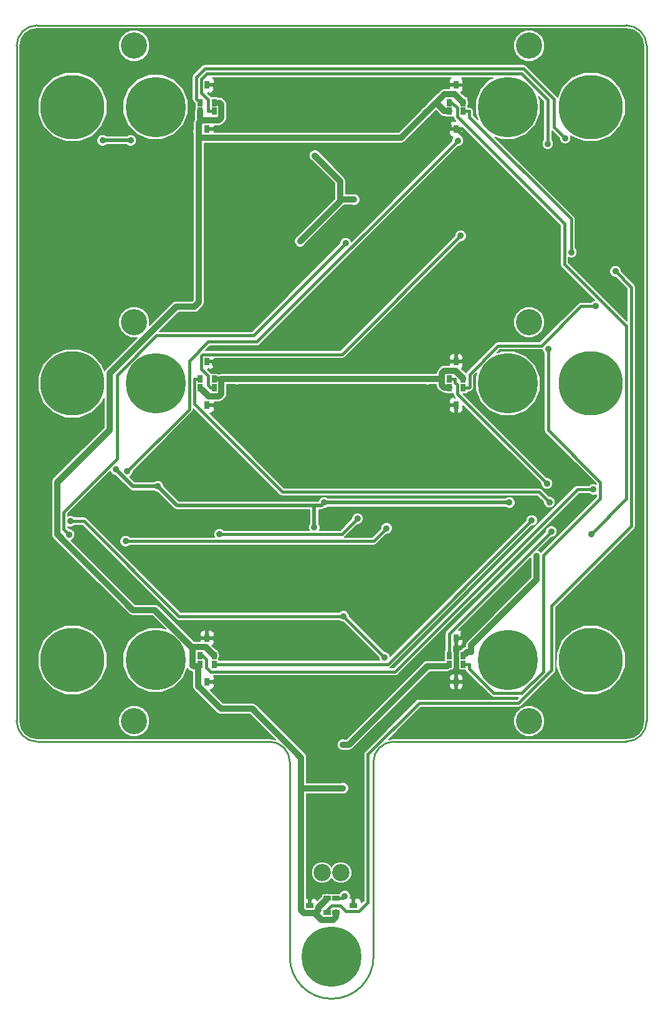
<source format=gbl>
G04 #@! TF.FileFunction,Copper,L2,Bot,Signal*
%FSLAX46Y46*%
G04 Gerber Fmt 4.6, Leading zero omitted, Abs format (unit mm)*
G04 Created by KiCad (PCBNEW 0.201508110901+6083~28~ubuntu14.04.1-product) date Wed 12 Aug 2015 09:29:52 AM EDT*
%MOMM*%
G01*
G04 APERTURE LIST*
%ADD10C,0.100000*%
%ADD11C,0.228600*%
%ADD12C,8.712200*%
%ADD13C,8.128000*%
%ADD14C,3.556000*%
%ADD15C,2.336800*%
%ADD16R,1.000760X0.701040*%
%ADD17R,0.701040X1.000760*%
%ADD18C,0.889000*%
%ADD19C,0.812800*%
%ADD20C,0.700800*%
%ADD21C,0.406400*%
%ADD22C,0.508000*%
%ADD23C,0.203200*%
G04 APERTURE END LIST*
D10*
D11*
X87914480Y-151958040D02*
G75*
G03X99283520Y-151958040I5684520J0D01*
G01*
X99283520Y-125483620D02*
X99283520Y-151958040D01*
X87917020Y-125483620D02*
X87917020Y-151958040D01*
X102064820Y-122702320D02*
G75*
G03X99283520Y-125483620I0J-2781300D01*
G01*
X87917020Y-125483620D02*
G75*
G03X85135720Y-122702320I-2781300J0D01*
G01*
X102064820Y-122702320D02*
X133619240Y-122702320D01*
X53581300Y-122702320D02*
X85135720Y-122702320D01*
X53581300Y-25400000D02*
G75*
G03X50800000Y-28181300I0J-2781300D01*
G01*
X133619240Y-122702320D02*
G75*
G03X136400540Y-119921020I0J2781300D01*
G01*
X136400540Y-28181300D02*
X136400540Y-119921020D01*
X50800000Y-119921020D02*
G75*
G03X53581300Y-122702320I2781300J0D01*
G01*
X50800000Y-28181300D02*
X50800000Y-119921020D01*
X136400540Y-28181300D02*
G75*
G03X133619240Y-25400000I-2781300J0D01*
G01*
X53581300Y-25400000D02*
X133619240Y-25400000D01*
D12*
X128816000Y-111613000D03*
X128816000Y-74051200D03*
X128816000Y-36489600D03*
X58384400Y-111613000D03*
X58384400Y-74051200D03*
X58384400Y-36489600D03*
D13*
X69667100Y-36489600D03*
X117533000Y-36489600D03*
X69667100Y-74051200D03*
X117533000Y-74051200D03*
X69667100Y-111613000D03*
X117533000Y-111613000D03*
X93599000Y-151958000D03*
D14*
X120434000Y-119921000D03*
X66763900Y-119921000D03*
X120434000Y-65742800D03*
X66763900Y-65742800D03*
X120434000Y-28181300D03*
X66763900Y-28181300D03*
D15*
X94869000Y-140503000D03*
X92329000Y-140503000D03*
D16*
X94178120Y-145902960D03*
X94178120Y-144003040D03*
X96575880Y-144953000D03*
D17*
X111477960Y-35910480D03*
X109578040Y-35910480D03*
X110528000Y-33512720D03*
X111477960Y-73472080D03*
X109578040Y-73472080D03*
X110528000Y-71074320D03*
X111477960Y-111033880D03*
X109578040Y-111033880D03*
X110528000Y-108636120D03*
X77622360Y-35910480D03*
X75722440Y-35910480D03*
X76672400Y-33512720D03*
X77622360Y-73472080D03*
X75722440Y-73472080D03*
X76672400Y-71074320D03*
X77622360Y-111033880D03*
X75722440Y-111033880D03*
X76672400Y-108636120D03*
D16*
X93019880Y-144003040D03*
X93019880Y-145902960D03*
X90622120Y-144953000D03*
D17*
X109578040Y-37068720D03*
X111477960Y-37068720D03*
X110528000Y-39466480D03*
X109578040Y-74630320D03*
X111477960Y-74630320D03*
X110528000Y-77028080D03*
X109578040Y-112192120D03*
X111477960Y-112192120D03*
X110528000Y-114589880D03*
X75722440Y-37068720D03*
X77622360Y-37068720D03*
X76672400Y-39466480D03*
X75722440Y-74630320D03*
X77622360Y-74630320D03*
X76672400Y-77028080D03*
X75722440Y-112192120D03*
X77622360Y-112192120D03*
X76672400Y-114589880D03*
D18*
X89326200Y-54738700D03*
X91312900Y-43097000D03*
X96664300Y-49091400D03*
X112552600Y-110503000D03*
X80675500Y-73472100D03*
X106606600Y-112468700D03*
X74664400Y-112362700D03*
X106596700Y-73472100D03*
X95123000Y-123133800D03*
X95123000Y-129046800D03*
X121433700Y-97516800D03*
X74992500Y-63584100D03*
X106449600Y-37224000D03*
X75535200Y-39860600D03*
X95399500Y-143700500D03*
X128867200Y-94510000D03*
X122841500Y-87626700D03*
X123456400Y-94147300D03*
X125332200Y-40740300D03*
X123177900Y-90169400D03*
X129177600Y-88434000D03*
X66294000Y-41031160D03*
X62484000Y-41031160D03*
X69984300Y-88028300D03*
X91244400Y-93595500D03*
X92583100Y-90232300D03*
X117729000Y-90232300D03*
X64259200Y-85734900D03*
X97104000Y-92413200D03*
X78381200Y-94536500D03*
X95213800Y-105691300D03*
X100786500Y-111264000D03*
X58088800Y-92750600D03*
X110756000Y-41082800D03*
X65850200Y-85968200D03*
X95510100Y-55012700D03*
X57914400Y-94589400D03*
X101067800Y-93728400D03*
X65627400Y-95471000D03*
X73914000Y-29601160D03*
X77757200Y-71388400D03*
X109296800Y-71074300D03*
X77818000Y-108760600D03*
X78002900Y-77028100D03*
X92163200Y-123320300D03*
X106614900Y-34681200D03*
X116391500Y-87857000D03*
X118273600Y-101044100D03*
X78324700Y-114764200D03*
X109081300Y-114589900D03*
X109440500Y-38775600D03*
X77724000Y-34608100D03*
X132156200Y-58811200D03*
X126161800Y-56214800D03*
X129450800Y-63565600D03*
X123035900Y-69385800D03*
X122964300Y-41496600D03*
X111135600Y-53995200D03*
X120802300Y-92658900D03*
D19*
X94778700Y-49091400D02*
X96664300Y-49091400D01*
X94778700Y-49286200D02*
X94778700Y-49091400D01*
X89326200Y-54738700D02*
X94778700Y-49286200D01*
X94778700Y-46562800D02*
X91312900Y-43097000D01*
X94778700Y-49091400D02*
X94778700Y-46562800D01*
D20*
X78633800Y-73472100D02*
X77622400Y-73472100D01*
X75950300Y-74858200D02*
X75722400Y-74630300D01*
X109301400Y-112468700D02*
X109578000Y-112192100D01*
X111754600Y-110757300D02*
X111478000Y-111033900D01*
X75445800Y-112468700D02*
X75722400Y-112192100D01*
D19*
X78633800Y-75456800D02*
X78633800Y-73472100D01*
X78299100Y-75791500D02*
X78633800Y-75456800D01*
X76883600Y-75791500D02*
X78299100Y-75791500D01*
X75950300Y-74858200D02*
X76883600Y-75791500D01*
D20*
X109575000Y-74633300D02*
X109578000Y-74630300D01*
X111478000Y-73469000D02*
X111478000Y-73472100D01*
D19*
X78633800Y-73472100D02*
X80675500Y-73472100D01*
X108566700Y-72680600D02*
X108566700Y-73472100D01*
X108947600Y-72299700D02*
X108566700Y-72680600D01*
X110447800Y-72299700D02*
X108947600Y-72299700D01*
X111478000Y-73329900D02*
X110447800Y-72299700D01*
X111478000Y-73469000D02*
X111478000Y-73329900D01*
X108902500Y-74633300D02*
X109575000Y-74633300D01*
X108566700Y-74297500D02*
X108902500Y-74633300D01*
X108566700Y-73472100D02*
X108566700Y-74297500D01*
X80675500Y-73472100D02*
X106596700Y-73472100D01*
X106596700Y-73472100D02*
X108566700Y-73472100D01*
X74711100Y-112316000D02*
X74664400Y-112362700D01*
D20*
X77622400Y-111030800D02*
X77622400Y-111033900D01*
D19*
X74711100Y-112316000D02*
X74711100Y-109975300D01*
X76464300Y-109872700D02*
X77622400Y-111030800D01*
X74813700Y-109872700D02*
X76464300Y-109872700D01*
X74711100Y-109975300D02*
X74813700Y-109872700D01*
D20*
X78347400Y-35910500D02*
X77622400Y-35910500D01*
D19*
X74863800Y-112468700D02*
X74711100Y-112316000D01*
X75445800Y-112468700D02*
X74863800Y-112468700D01*
X109301400Y-112468700D02*
X106606600Y-112468700D01*
X112008900Y-110503000D02*
X111754600Y-110757300D01*
X112552600Y-110503000D02*
X112008900Y-110503000D01*
X121433700Y-100702400D02*
X121433700Y-97516800D01*
X112552600Y-109583500D02*
X121433700Y-100702400D01*
X112552600Y-110503000D02*
X112552600Y-109583500D01*
X95941500Y-123133800D02*
X95123000Y-123133800D01*
X106606600Y-112468700D02*
X95941500Y-123133800D01*
X72516900Y-63584100D02*
X74992500Y-63584100D01*
X63401300Y-72699700D02*
X72516900Y-63584100D01*
X63401300Y-80349400D02*
X63401300Y-72699700D01*
X56293900Y-87456800D02*
X63401300Y-80349400D01*
X56293900Y-94547800D02*
X56293900Y-87456800D01*
X66574100Y-104828000D02*
X56293900Y-94547800D01*
X69563800Y-104828000D02*
X66574100Y-104828000D01*
X74711100Y-109975300D02*
X69563800Y-104828000D01*
D20*
X92872600Y-144150300D02*
X93019900Y-144003000D01*
D19*
X95123000Y-129046800D02*
X89458200Y-129046800D01*
X75445800Y-115154700D02*
X75445800Y-112468700D01*
X78554700Y-118263600D02*
X75445800Y-115154700D01*
X82841900Y-118263600D02*
X78554700Y-118263600D01*
X89458200Y-124879900D02*
X82841900Y-118263600D01*
X89458200Y-129046800D02*
X89458200Y-124879900D01*
D20*
X94181100Y-145906000D02*
X94178100Y-145903000D01*
D19*
X94181100Y-146536200D02*
X94181100Y-145906000D01*
X93803000Y-146914300D02*
X94181100Y-146536200D01*
X92198100Y-146914300D02*
X93803000Y-146914300D01*
X91378500Y-146094700D02*
X92198100Y-146914300D01*
X91378500Y-146000700D02*
X91378500Y-146094700D01*
X89874800Y-146000700D02*
X91378500Y-146000700D01*
X89458200Y-145584100D02*
X89874800Y-146000700D01*
X89458200Y-129046800D02*
X89458200Y-145584100D01*
X91783300Y-145239600D02*
X92872600Y-144150300D01*
X91783300Y-145595900D02*
X91783300Y-145239600D01*
X91378500Y-146000700D02*
X91783300Y-145595900D01*
D20*
X109575000Y-37071700D02*
X109578000Y-37068700D01*
X111478000Y-35907400D02*
X111478000Y-35910500D01*
D19*
X78291300Y-38267600D02*
X75950600Y-38267600D01*
X78633700Y-37925200D02*
X78291300Y-38267600D01*
X78633700Y-36196800D02*
X78633700Y-37925200D01*
X78347400Y-35910500D02*
X78633700Y-36196800D01*
X75722400Y-38039400D02*
X75722400Y-37071800D01*
X75950600Y-38267600D02*
X75722400Y-38039400D01*
D20*
X75722400Y-37071800D02*
X75722400Y-37068700D01*
D19*
X108948500Y-37071700D02*
X107775200Y-35898400D01*
X109575000Y-37071700D02*
X108948500Y-37071700D01*
X110319900Y-34749300D02*
X111478000Y-35907400D01*
X108924300Y-34749300D02*
X110319900Y-34749300D01*
X107775200Y-35898400D02*
X108924300Y-34749300D01*
X75535200Y-63041400D02*
X75535200Y-40645100D01*
X74992500Y-63584100D02*
X75535200Y-63041400D01*
X103028500Y-40645100D02*
X106449600Y-37224000D01*
X75535200Y-40645100D02*
X103028500Y-40645100D01*
X106449600Y-37224000D02*
X107775200Y-35898400D01*
X75535200Y-40645100D02*
X75535200Y-39860600D01*
X75535200Y-38683000D02*
X75950600Y-38267600D01*
X75535200Y-39860600D02*
X75535200Y-38683000D01*
D21*
X95136000Y-143964000D02*
X95399500Y-143700500D01*
X95136000Y-144003000D02*
X95136000Y-143964000D01*
X94178100Y-144003000D02*
X95136000Y-144003000D01*
X109938700Y-35910500D02*
X109578000Y-35910500D01*
X110669900Y-36641700D02*
X109938700Y-35910500D01*
X110669900Y-37798100D02*
X110669900Y-36641700D01*
X125211900Y-52340100D02*
X110669900Y-37798100D01*
X125211900Y-57851700D02*
X125211900Y-52340100D01*
X133645100Y-66284900D02*
X125211900Y-57851700D01*
X133645100Y-89732100D02*
X133645100Y-66284900D01*
X128867200Y-94510000D02*
X133645100Y-89732100D01*
X110669900Y-75455100D02*
X122841500Y-87626700D01*
X110669900Y-74203300D02*
X110669900Y-75455100D01*
X110386000Y-73919400D02*
X110669900Y-74203300D01*
X110386000Y-73472100D02*
X110386000Y-73919400D01*
X109578000Y-73472100D02*
X110386000Y-73472100D01*
X109578000Y-108025700D02*
X123456400Y-94147300D01*
X109578000Y-111033900D02*
X109578000Y-108025700D01*
X75200400Y-35388500D02*
X75722400Y-35910500D01*
X75200400Y-32452200D02*
X75200400Y-35388500D01*
X76394700Y-31257900D02*
X75200400Y-32452200D01*
X119635100Y-31257900D02*
X76394700Y-31257900D01*
X123841400Y-35464200D02*
X119635100Y-31257900D01*
X123841400Y-39249500D02*
X123841400Y-35464200D01*
X125332200Y-40740300D02*
X123841400Y-39249500D01*
X121793100Y-88784600D02*
X123177900Y-90169400D01*
X86892800Y-88784600D02*
X121793100Y-88784600D01*
X74914400Y-76806200D02*
X86892800Y-88784600D01*
X74914400Y-73472100D02*
X74914400Y-76806200D01*
X75722400Y-73472100D02*
X74914400Y-73472100D01*
X127021300Y-88434000D02*
X129177600Y-88434000D01*
X102251100Y-113204200D02*
X127021300Y-88434000D01*
X77128800Y-113204200D02*
X102251100Y-113204200D01*
X76530500Y-112605900D02*
X77128800Y-113204200D01*
X76530500Y-111501400D02*
X76530500Y-112605900D01*
X76063000Y-111033900D02*
X76530500Y-111501400D01*
X75722400Y-111033900D02*
X76063000Y-111033900D01*
D22*
X62484000Y-41031160D02*
X66294000Y-41031160D01*
X91244400Y-90613300D02*
X91244400Y-93595500D01*
X92583100Y-90232300D02*
X117729000Y-90232300D01*
X92202100Y-90613300D02*
X92583100Y-90232300D01*
X91244400Y-90613300D02*
X92202100Y-90613300D01*
X72569300Y-90613300D02*
X69984300Y-88028300D01*
X91244400Y-90613300D02*
X72569300Y-90613300D01*
X66552600Y-88028300D02*
X64259200Y-85734900D01*
X69984300Y-88028300D02*
X66552600Y-88028300D01*
D21*
X94980700Y-94536500D02*
X78381200Y-94536500D01*
X97104000Y-92413200D02*
X94980700Y-94536500D01*
X59937300Y-92750600D02*
X58088800Y-92750600D01*
X72878000Y-105691300D02*
X59937300Y-92750600D01*
X95213800Y-105691300D02*
X72878000Y-105691300D01*
X95213800Y-105691300D02*
X100786500Y-111264000D01*
X74253600Y-77564800D02*
X65850200Y-85968200D01*
X74253600Y-70984900D02*
X74253600Y-77564800D01*
X76839800Y-68398700D02*
X74253600Y-70984900D01*
X83440100Y-68398700D02*
X76839800Y-68398700D01*
X110756000Y-41082800D02*
X83440100Y-68398700D01*
X57186000Y-93861000D02*
X57914400Y-94589400D01*
X57186000Y-91521200D02*
X57186000Y-93861000D01*
X64420500Y-84286700D02*
X57186000Y-91521200D01*
X64420500Y-72902300D02*
X64420500Y-84286700D01*
X69768500Y-67554300D02*
X64420500Y-72902300D01*
X82968500Y-67554300D02*
X69768500Y-67554300D01*
X95510100Y-55012700D02*
X82968500Y-67554300D01*
X99325200Y-95471000D02*
X65627400Y-95471000D01*
X101067800Y-93728400D02*
X99325200Y-95471000D01*
D22*
X76672400Y-71074300D02*
X77531200Y-71074300D01*
X77531200Y-71074300D02*
X77757200Y-71074300D01*
X110528000Y-77028100D02*
X109669200Y-77028100D01*
X77655700Y-108760600D02*
X77531200Y-108636100D01*
X77818000Y-108760600D02*
X77655700Y-108760600D01*
X76672400Y-108636100D02*
X77531200Y-108636100D01*
X77757200Y-71074300D02*
X77757200Y-71388400D01*
X76672400Y-77028100D02*
X78002900Y-77028100D01*
X78002900Y-77028100D02*
X109669200Y-77028100D01*
X96575900Y-144953000D02*
X96575900Y-144094200D01*
X90622100Y-144953000D02*
X90622100Y-144094200D01*
X92016200Y-142700100D02*
X96575900Y-142700100D01*
X90622100Y-144094200D02*
X92016200Y-142700100D01*
X96575900Y-142700100D02*
X96575900Y-144094200D01*
X77757200Y-71074300D02*
X109296800Y-71074300D01*
X110528000Y-81993500D02*
X110528000Y-77028100D01*
X116391500Y-87857000D02*
X110528000Y-81993500D01*
X111386800Y-107930900D02*
X118273600Y-101044100D01*
X111386800Y-108636100D02*
X111386800Y-107930900D01*
X110528000Y-108636100D02*
X111386800Y-108636100D01*
X78150400Y-114589900D02*
X76672400Y-114589900D01*
X78324700Y-114764200D02*
X78150400Y-114589900D01*
X83607100Y-114764200D02*
X78324700Y-114764200D01*
X92163200Y-123320300D02*
X83607100Y-114764200D01*
X110528000Y-114589900D02*
X110528000Y-108636100D01*
X96575900Y-142700100D02*
X96575900Y-124276100D01*
X93119000Y-124276100D02*
X92163200Y-123320300D01*
X96575900Y-124276100D02*
X93119000Y-124276100D01*
X106262100Y-114589900D02*
X109081300Y-114589900D01*
X96575900Y-124276100D02*
X106262100Y-114589900D01*
X110528000Y-114589900D02*
X109081300Y-114589900D01*
X109669200Y-39004300D02*
X109440500Y-38775600D01*
X109669200Y-39466500D02*
X109669200Y-39004300D01*
X110528000Y-39466500D02*
X109669200Y-39466500D01*
X109296800Y-71074300D02*
X110528000Y-71074300D01*
X110528000Y-71074300D02*
X111386800Y-71074300D01*
X112088400Y-41026900D02*
X110528000Y-39466500D01*
X112088400Y-70372700D02*
X112088400Y-41026900D01*
X111386800Y-71074300D02*
X112088400Y-70372700D01*
X76672400Y-33512700D02*
X77531200Y-33512700D01*
X107710300Y-33512700D02*
X106614900Y-34608100D01*
X110528000Y-33512700D02*
X107710300Y-33512700D01*
X106614900Y-34608100D02*
X106614900Y-34681200D01*
X79548500Y-38329100D02*
X79548500Y-34608100D01*
X78411100Y-39466500D02*
X79548500Y-38329100D01*
X76672400Y-39466500D02*
X78411100Y-39466500D01*
X106614900Y-34608100D02*
X79548500Y-34608100D01*
X79548500Y-34608100D02*
X77724000Y-34608100D01*
X77724000Y-33705500D02*
X77531200Y-33512700D01*
X77724000Y-34608100D02*
X77724000Y-33705500D01*
D21*
X134305900Y-60960900D02*
X132156200Y-58811200D01*
X134305900Y-93448400D02*
X134305900Y-60960900D01*
X123493900Y-104260400D02*
X134305900Y-93448400D01*
X123493900Y-113002800D02*
X123493900Y-104260400D01*
X119019200Y-117477500D02*
X123493900Y-113002800D01*
X105489800Y-117477500D02*
X119019200Y-117477500D01*
X98527900Y-124439400D02*
X105489800Y-117477500D01*
X98527900Y-144526100D02*
X98527900Y-124439400D01*
X97292900Y-145761100D02*
X98527900Y-144526100D01*
X95544100Y-145761100D02*
X97292900Y-145761100D01*
X94797300Y-145014300D02*
X95544100Y-145761100D01*
X93549500Y-145014300D02*
X94797300Y-145014300D01*
X93019900Y-145543900D02*
X93549500Y-145014300D01*
X93019900Y-145903000D02*
X93019900Y-145543900D01*
X111478000Y-37068700D02*
X112286000Y-37068700D01*
X112286100Y-37068700D02*
X112286000Y-37068700D01*
X112286100Y-37841400D02*
X112286100Y-37068700D01*
X126161800Y-51717100D02*
X112286100Y-37841400D01*
X126161800Y-56214800D02*
X126161800Y-51717100D01*
X111478000Y-74630300D02*
X112286000Y-74630300D01*
X112341900Y-74574400D02*
X112286000Y-74630300D01*
X112341900Y-72821500D02*
X112341900Y-74574400D01*
X116224100Y-68939300D02*
X112341900Y-72821500D01*
X122115800Y-68939300D02*
X116224100Y-68939300D01*
X127489500Y-63565600D02*
X122115800Y-68939300D01*
X129450800Y-63565600D02*
X127489500Y-63565600D01*
X111478000Y-112192100D02*
X112286000Y-112192100D01*
X112286000Y-112798100D02*
X112286000Y-112192100D01*
X115629400Y-116141500D02*
X112286000Y-112798100D01*
X119420700Y-116141500D02*
X115629400Y-116141500D01*
X122365800Y-113196400D02*
X119420700Y-116141500D01*
X122365800Y-97378000D02*
X122365800Y-113196400D01*
X130088700Y-89655100D02*
X122365800Y-97378000D01*
X130088700Y-87455600D02*
X130088700Y-89655100D01*
X123035900Y-80402800D02*
X130088700Y-87455600D01*
X123035900Y-69385800D02*
X123035900Y-80402800D01*
X122964300Y-35521600D02*
X122964300Y-41496600D01*
X119409800Y-31967100D02*
X122964300Y-35521600D01*
X76620000Y-31967100D02*
X119409800Y-31967100D01*
X75864300Y-32722800D02*
X76620000Y-31967100D01*
X75864300Y-34544500D02*
X75864300Y-32722800D01*
X76814400Y-35494600D02*
X75864300Y-34544500D01*
X76814400Y-37068700D02*
X76814400Y-35494600D01*
X77622400Y-37068700D02*
X76814400Y-37068700D01*
X95014500Y-70116300D02*
X111135600Y-53995200D01*
X76056700Y-70116300D02*
X95014500Y-70116300D01*
X75864300Y-70308700D02*
X76056700Y-70116300D01*
X75864300Y-72106100D02*
X75864300Y-70308700D01*
X76814300Y-73056100D02*
X75864300Y-72106100D01*
X76814300Y-74246000D02*
X76814300Y-73056100D01*
X77198600Y-74630300D02*
X76814300Y-74246000D01*
X77622400Y-74630300D02*
X77198600Y-74630300D01*
X101269100Y-112192100D02*
X77622400Y-112192100D01*
X120802300Y-92658900D02*
X101269100Y-112192100D01*
D23*
G36*
X128723788Y-89111896D02*
X129017752Y-89233961D01*
X129336052Y-89234239D01*
X129529900Y-89154142D01*
X129529900Y-89423638D01*
X122000974Y-96952564D01*
X121887512Y-96838904D01*
X121652602Y-96741361D01*
X123446571Y-94947392D01*
X123614852Y-94947539D01*
X123909028Y-94825987D01*
X124134296Y-94601112D01*
X124256361Y-94307148D01*
X124256639Y-93988848D01*
X124135087Y-93694672D01*
X123910212Y-93469404D01*
X123616248Y-93347339D01*
X123297948Y-93347061D01*
X123003772Y-93468613D01*
X122778504Y-93693488D01*
X122656439Y-93987452D01*
X122656291Y-94157146D01*
X109182869Y-107630569D01*
X109061736Y-107811856D01*
X109019200Y-108025700D01*
X109019200Y-110305350D01*
X109010828Y-110310737D01*
X108941233Y-110412593D01*
X108916749Y-110533500D01*
X108916749Y-111534260D01*
X108932109Y-111615891D01*
X108916749Y-111691740D01*
X108916749Y-111706700D01*
X106857868Y-111706700D01*
X106766448Y-111668739D01*
X106448148Y-111668461D01*
X106153972Y-111790013D01*
X105928704Y-112014888D01*
X105890303Y-112107367D01*
X95625870Y-122371800D01*
X95374268Y-122371800D01*
X95282848Y-122333839D01*
X94964548Y-122333561D01*
X94670372Y-122455113D01*
X94445104Y-122679988D01*
X94323039Y-122973952D01*
X94322761Y-123292252D01*
X94444313Y-123586428D01*
X94669188Y-123811696D01*
X94963152Y-123933761D01*
X95281452Y-123934039D01*
X95373997Y-123895800D01*
X95941500Y-123895800D01*
X96233105Y-123837796D01*
X96480315Y-123672615D01*
X105258250Y-114894680D01*
X109567880Y-114894680D01*
X109567880Y-115211517D01*
X109660686Y-115435571D01*
X109832169Y-115607054D01*
X110056223Y-115699860D01*
X110223200Y-115699860D01*
X110375600Y-115547460D01*
X110375600Y-114742280D01*
X110680400Y-114742280D01*
X110680400Y-115547460D01*
X110832800Y-115699860D01*
X110999777Y-115699860D01*
X111223831Y-115607054D01*
X111395314Y-115435571D01*
X111488120Y-115211517D01*
X111488120Y-114894680D01*
X111335720Y-114742280D01*
X110680400Y-114742280D01*
X110375600Y-114742280D01*
X109720280Y-114742280D01*
X109567880Y-114894680D01*
X105258250Y-114894680D01*
X106184687Y-113968243D01*
X109567880Y-113968243D01*
X109567880Y-114285080D01*
X109720280Y-114437480D01*
X110375600Y-114437480D01*
X110375600Y-113632300D01*
X110680400Y-113632300D01*
X110680400Y-114437480D01*
X111335720Y-114437480D01*
X111488120Y-114285080D01*
X111488120Y-113968243D01*
X111395314Y-113744189D01*
X111223831Y-113572706D01*
X110999777Y-113479900D01*
X110832800Y-113479900D01*
X110680400Y-113632300D01*
X110375600Y-113632300D01*
X110223200Y-113479900D01*
X110056223Y-113479900D01*
X109832169Y-113572706D01*
X109660686Y-113744189D01*
X109567880Y-113968243D01*
X106184687Y-113968243D01*
X106922230Y-113230700D01*
X109301400Y-113230700D01*
X109593005Y-113172696D01*
X109840215Y-113007515D01*
X109843051Y-113003271D01*
X109928560Y-113003271D01*
X110041512Y-112982018D01*
X110145252Y-112915263D01*
X110214847Y-112813407D01*
X110239331Y-112692500D01*
X110239331Y-112416666D01*
X110283999Y-112192100D01*
X110239331Y-111967535D01*
X110239331Y-111691740D01*
X110223971Y-111610109D01*
X110239331Y-111534260D01*
X110239331Y-110533500D01*
X110218078Y-110420548D01*
X110151323Y-110316808D01*
X110136800Y-110306885D01*
X110136800Y-109746100D01*
X110223200Y-109746100D01*
X110375600Y-109593700D01*
X110375600Y-108788520D01*
X110680400Y-108788520D01*
X110680400Y-109593700D01*
X110832800Y-109746100D01*
X110999777Y-109746100D01*
X111223831Y-109653294D01*
X111395314Y-109481811D01*
X111488120Y-109257757D01*
X111488120Y-108940920D01*
X111335720Y-108788520D01*
X110680400Y-108788520D01*
X110375600Y-108788520D01*
X110355600Y-108788520D01*
X110355600Y-108483720D01*
X110375600Y-108483720D01*
X110375600Y-108463720D01*
X110680400Y-108463720D01*
X110680400Y-108483720D01*
X111335720Y-108483720D01*
X111488120Y-108331320D01*
X111488120Y-108014483D01*
X111395314Y-107790429D01*
X111223831Y-107618946D01*
X110999777Y-107526140D01*
X110867822Y-107526140D01*
X120658387Y-97735576D01*
X120671700Y-97767797D01*
X120671700Y-100386770D01*
X112013785Y-109044685D01*
X111848604Y-109291895D01*
X111790600Y-109583500D01*
X111790600Y-109784422D01*
X111717296Y-109799003D01*
X111470085Y-109964184D01*
X111215785Y-110218485D01*
X111212949Y-110222729D01*
X111127440Y-110222729D01*
X111014488Y-110243982D01*
X110910748Y-110310737D01*
X110841153Y-110412593D01*
X110816669Y-110533500D01*
X110816669Y-110809335D01*
X110772001Y-111033900D01*
X110816669Y-111258465D01*
X110816669Y-111534260D01*
X110832029Y-111615891D01*
X110816669Y-111691740D01*
X110816669Y-112692500D01*
X110837922Y-112805452D01*
X110904677Y-112909192D01*
X111006533Y-112978787D01*
X111127440Y-113003271D01*
X111768011Y-113003271D01*
X111769736Y-113011944D01*
X111813874Y-113078000D01*
X111890869Y-113193231D01*
X115234269Y-116536632D01*
X115415557Y-116657765D01*
X115629400Y-116700300D01*
X119006138Y-116700300D01*
X118787738Y-116918700D01*
X105489800Y-116918700D01*
X105275956Y-116961236D01*
X105094668Y-117082369D01*
X98132769Y-124044269D01*
X98011636Y-124225556D01*
X97969100Y-124439400D01*
X97969100Y-144294638D01*
X97685860Y-144577878D01*
X97685860Y-144481223D01*
X97593054Y-144257169D01*
X97421571Y-144085686D01*
X97197517Y-143992880D01*
X96880680Y-143992880D01*
X96728280Y-144145280D01*
X96728280Y-144800600D01*
X96748280Y-144800600D01*
X96748280Y-145105400D01*
X96728280Y-145105400D01*
X96728280Y-145125400D01*
X96423480Y-145125400D01*
X96423480Y-145105400D01*
X96403480Y-145105400D01*
X96403480Y-144800600D01*
X96423480Y-144800600D01*
X96423480Y-144145280D01*
X96271080Y-143992880D01*
X96144429Y-143992880D01*
X96199461Y-143860348D01*
X96199739Y-143542048D01*
X96078187Y-143247872D01*
X95853312Y-143022604D01*
X95559348Y-142900539D01*
X95241048Y-142900261D01*
X94946872Y-143021813D01*
X94721604Y-143246688D01*
X94681849Y-143342427D01*
X94678500Y-143341749D01*
X93677740Y-143341749D01*
X93596109Y-143357109D01*
X93520260Y-143341749D01*
X93244872Y-143341749D01*
X93019900Y-143297000D01*
X92794928Y-143341749D01*
X92519500Y-143341749D01*
X92406548Y-143363002D01*
X92302808Y-143429757D01*
X92233213Y-143531613D01*
X92208729Y-143652520D01*
X92208729Y-143736541D01*
X91653589Y-144291681D01*
X91639294Y-144257169D01*
X91467811Y-144085686D01*
X91243757Y-143992880D01*
X90926920Y-143992880D01*
X90774520Y-144145280D01*
X90774520Y-144800600D01*
X90794520Y-144800600D01*
X90794520Y-145105400D01*
X90774520Y-145105400D01*
X90774520Y-145125400D01*
X90469720Y-145125400D01*
X90469720Y-145105400D01*
X90449720Y-145105400D01*
X90449720Y-144800600D01*
X90469720Y-144800600D01*
X90469720Y-144145280D01*
X90317320Y-143992880D01*
X90220200Y-143992880D01*
X90220200Y-140794752D01*
X90855545Y-140794752D01*
X91079353Y-141336411D01*
X91493409Y-141751190D01*
X92034677Y-141975944D01*
X92620752Y-141976455D01*
X93162411Y-141752647D01*
X93577190Y-141338591D01*
X93598775Y-141286608D01*
X93619353Y-141336411D01*
X94033409Y-141751190D01*
X94574677Y-141975944D01*
X95160752Y-141976455D01*
X95702411Y-141752647D01*
X96117190Y-141338591D01*
X96341944Y-140797323D01*
X96342455Y-140211248D01*
X96118647Y-139669589D01*
X95704591Y-139254810D01*
X95163323Y-139030056D01*
X94577248Y-139029545D01*
X94035589Y-139253353D01*
X93620810Y-139667409D01*
X93599225Y-139719392D01*
X93578647Y-139669589D01*
X93164591Y-139254810D01*
X92623323Y-139030056D01*
X92037248Y-139029545D01*
X91495589Y-139253353D01*
X91080810Y-139667409D01*
X90856056Y-140208677D01*
X90855545Y-140794752D01*
X90220200Y-140794752D01*
X90220200Y-129808800D01*
X94871732Y-129808800D01*
X94963152Y-129846761D01*
X95281452Y-129847039D01*
X95575628Y-129725487D01*
X95800896Y-129500612D01*
X95922961Y-129206648D01*
X95923239Y-128888348D01*
X95801687Y-128594172D01*
X95576812Y-128368904D01*
X95282848Y-128246839D01*
X94964548Y-128246561D01*
X94872003Y-128284800D01*
X90220200Y-128284800D01*
X90220200Y-124879900D01*
X90162196Y-124588295D01*
X90103884Y-124501025D01*
X89997015Y-124341084D01*
X83380715Y-117724785D01*
X83330667Y-117691344D01*
X83133505Y-117559604D01*
X82841900Y-117501600D01*
X78870331Y-117501600D01*
X77068590Y-115699860D01*
X77144177Y-115699860D01*
X77368231Y-115607054D01*
X77539714Y-115435571D01*
X77632520Y-115211517D01*
X77632520Y-114894680D01*
X77480120Y-114742280D01*
X76824800Y-114742280D01*
X76824800Y-114762280D01*
X76520000Y-114762280D01*
X76520000Y-114742280D01*
X76500000Y-114742280D01*
X76500000Y-114437480D01*
X76520000Y-114437480D01*
X76520000Y-114417480D01*
X76824800Y-114417480D01*
X76824800Y-114437480D01*
X77480120Y-114437480D01*
X77632520Y-114285080D01*
X77632520Y-113968243D01*
X77547506Y-113763000D01*
X102251100Y-113763000D01*
X102464944Y-113720464D01*
X102646231Y-113599331D01*
X127252762Y-88992800D01*
X128604900Y-88992800D01*
X128723788Y-89111896D01*
X128723788Y-89111896D01*
G37*
X128723788Y-89111896D02*
X129017752Y-89233961D01*
X129336052Y-89234239D01*
X129529900Y-89154142D01*
X129529900Y-89423638D01*
X122000974Y-96952564D01*
X121887512Y-96838904D01*
X121652602Y-96741361D01*
X123446571Y-94947392D01*
X123614852Y-94947539D01*
X123909028Y-94825987D01*
X124134296Y-94601112D01*
X124256361Y-94307148D01*
X124256639Y-93988848D01*
X124135087Y-93694672D01*
X123910212Y-93469404D01*
X123616248Y-93347339D01*
X123297948Y-93347061D01*
X123003772Y-93468613D01*
X122778504Y-93693488D01*
X122656439Y-93987452D01*
X122656291Y-94157146D01*
X109182869Y-107630569D01*
X109061736Y-107811856D01*
X109019200Y-108025700D01*
X109019200Y-110305350D01*
X109010828Y-110310737D01*
X108941233Y-110412593D01*
X108916749Y-110533500D01*
X108916749Y-111534260D01*
X108932109Y-111615891D01*
X108916749Y-111691740D01*
X108916749Y-111706700D01*
X106857868Y-111706700D01*
X106766448Y-111668739D01*
X106448148Y-111668461D01*
X106153972Y-111790013D01*
X105928704Y-112014888D01*
X105890303Y-112107367D01*
X95625870Y-122371800D01*
X95374268Y-122371800D01*
X95282848Y-122333839D01*
X94964548Y-122333561D01*
X94670372Y-122455113D01*
X94445104Y-122679988D01*
X94323039Y-122973952D01*
X94322761Y-123292252D01*
X94444313Y-123586428D01*
X94669188Y-123811696D01*
X94963152Y-123933761D01*
X95281452Y-123934039D01*
X95373997Y-123895800D01*
X95941500Y-123895800D01*
X96233105Y-123837796D01*
X96480315Y-123672615D01*
X105258250Y-114894680D01*
X109567880Y-114894680D01*
X109567880Y-115211517D01*
X109660686Y-115435571D01*
X109832169Y-115607054D01*
X110056223Y-115699860D01*
X110223200Y-115699860D01*
X110375600Y-115547460D01*
X110375600Y-114742280D01*
X110680400Y-114742280D01*
X110680400Y-115547460D01*
X110832800Y-115699860D01*
X110999777Y-115699860D01*
X111223831Y-115607054D01*
X111395314Y-115435571D01*
X111488120Y-115211517D01*
X111488120Y-114894680D01*
X111335720Y-114742280D01*
X110680400Y-114742280D01*
X110375600Y-114742280D01*
X109720280Y-114742280D01*
X109567880Y-114894680D01*
X105258250Y-114894680D01*
X106184687Y-113968243D01*
X109567880Y-113968243D01*
X109567880Y-114285080D01*
X109720280Y-114437480D01*
X110375600Y-114437480D01*
X110375600Y-113632300D01*
X110680400Y-113632300D01*
X110680400Y-114437480D01*
X111335720Y-114437480D01*
X111488120Y-114285080D01*
X111488120Y-113968243D01*
X111395314Y-113744189D01*
X111223831Y-113572706D01*
X110999777Y-113479900D01*
X110832800Y-113479900D01*
X110680400Y-113632300D01*
X110375600Y-113632300D01*
X110223200Y-113479900D01*
X110056223Y-113479900D01*
X109832169Y-113572706D01*
X109660686Y-113744189D01*
X109567880Y-113968243D01*
X106184687Y-113968243D01*
X106922230Y-113230700D01*
X109301400Y-113230700D01*
X109593005Y-113172696D01*
X109840215Y-113007515D01*
X109843051Y-113003271D01*
X109928560Y-113003271D01*
X110041512Y-112982018D01*
X110145252Y-112915263D01*
X110214847Y-112813407D01*
X110239331Y-112692500D01*
X110239331Y-112416666D01*
X110283999Y-112192100D01*
X110239331Y-111967535D01*
X110239331Y-111691740D01*
X110223971Y-111610109D01*
X110239331Y-111534260D01*
X110239331Y-110533500D01*
X110218078Y-110420548D01*
X110151323Y-110316808D01*
X110136800Y-110306885D01*
X110136800Y-109746100D01*
X110223200Y-109746100D01*
X110375600Y-109593700D01*
X110375600Y-108788520D01*
X110680400Y-108788520D01*
X110680400Y-109593700D01*
X110832800Y-109746100D01*
X110999777Y-109746100D01*
X111223831Y-109653294D01*
X111395314Y-109481811D01*
X111488120Y-109257757D01*
X111488120Y-108940920D01*
X111335720Y-108788520D01*
X110680400Y-108788520D01*
X110375600Y-108788520D01*
X110355600Y-108788520D01*
X110355600Y-108483720D01*
X110375600Y-108483720D01*
X110375600Y-108463720D01*
X110680400Y-108463720D01*
X110680400Y-108483720D01*
X111335720Y-108483720D01*
X111488120Y-108331320D01*
X111488120Y-108014483D01*
X111395314Y-107790429D01*
X111223831Y-107618946D01*
X110999777Y-107526140D01*
X110867822Y-107526140D01*
X120658387Y-97735576D01*
X120671700Y-97767797D01*
X120671700Y-100386770D01*
X112013785Y-109044685D01*
X111848604Y-109291895D01*
X111790600Y-109583500D01*
X111790600Y-109784422D01*
X111717296Y-109799003D01*
X111470085Y-109964184D01*
X111215785Y-110218485D01*
X111212949Y-110222729D01*
X111127440Y-110222729D01*
X111014488Y-110243982D01*
X110910748Y-110310737D01*
X110841153Y-110412593D01*
X110816669Y-110533500D01*
X110816669Y-110809335D01*
X110772001Y-111033900D01*
X110816669Y-111258465D01*
X110816669Y-111534260D01*
X110832029Y-111615891D01*
X110816669Y-111691740D01*
X110816669Y-112692500D01*
X110837922Y-112805452D01*
X110904677Y-112909192D01*
X111006533Y-112978787D01*
X111127440Y-113003271D01*
X111768011Y-113003271D01*
X111769736Y-113011944D01*
X111813874Y-113078000D01*
X111890869Y-113193231D01*
X115234269Y-116536632D01*
X115415557Y-116657765D01*
X115629400Y-116700300D01*
X119006138Y-116700300D01*
X118787738Y-116918700D01*
X105489800Y-116918700D01*
X105275956Y-116961236D01*
X105094668Y-117082369D01*
X98132769Y-124044269D01*
X98011636Y-124225556D01*
X97969100Y-124439400D01*
X97969100Y-144294638D01*
X97685860Y-144577878D01*
X97685860Y-144481223D01*
X97593054Y-144257169D01*
X97421571Y-144085686D01*
X97197517Y-143992880D01*
X96880680Y-143992880D01*
X96728280Y-144145280D01*
X96728280Y-144800600D01*
X96748280Y-144800600D01*
X96748280Y-145105400D01*
X96728280Y-145105400D01*
X96728280Y-145125400D01*
X96423480Y-145125400D01*
X96423480Y-145105400D01*
X96403480Y-145105400D01*
X96403480Y-144800600D01*
X96423480Y-144800600D01*
X96423480Y-144145280D01*
X96271080Y-143992880D01*
X96144429Y-143992880D01*
X96199461Y-143860348D01*
X96199739Y-143542048D01*
X96078187Y-143247872D01*
X95853312Y-143022604D01*
X95559348Y-142900539D01*
X95241048Y-142900261D01*
X94946872Y-143021813D01*
X94721604Y-143246688D01*
X94681849Y-143342427D01*
X94678500Y-143341749D01*
X93677740Y-143341749D01*
X93596109Y-143357109D01*
X93520260Y-143341749D01*
X93244872Y-143341749D01*
X93019900Y-143297000D01*
X92794928Y-143341749D01*
X92519500Y-143341749D01*
X92406548Y-143363002D01*
X92302808Y-143429757D01*
X92233213Y-143531613D01*
X92208729Y-143652520D01*
X92208729Y-143736541D01*
X91653589Y-144291681D01*
X91639294Y-144257169D01*
X91467811Y-144085686D01*
X91243757Y-143992880D01*
X90926920Y-143992880D01*
X90774520Y-144145280D01*
X90774520Y-144800600D01*
X90794520Y-144800600D01*
X90794520Y-145105400D01*
X90774520Y-145105400D01*
X90774520Y-145125400D01*
X90469720Y-145125400D01*
X90469720Y-145105400D01*
X90449720Y-145105400D01*
X90449720Y-144800600D01*
X90469720Y-144800600D01*
X90469720Y-144145280D01*
X90317320Y-143992880D01*
X90220200Y-143992880D01*
X90220200Y-140794752D01*
X90855545Y-140794752D01*
X91079353Y-141336411D01*
X91493409Y-141751190D01*
X92034677Y-141975944D01*
X92620752Y-141976455D01*
X93162411Y-141752647D01*
X93577190Y-141338591D01*
X93598775Y-141286608D01*
X93619353Y-141336411D01*
X94033409Y-141751190D01*
X94574677Y-141975944D01*
X95160752Y-141976455D01*
X95702411Y-141752647D01*
X96117190Y-141338591D01*
X96341944Y-140797323D01*
X96342455Y-140211248D01*
X96118647Y-139669589D01*
X95704591Y-139254810D01*
X95163323Y-139030056D01*
X94577248Y-139029545D01*
X94035589Y-139253353D01*
X93620810Y-139667409D01*
X93599225Y-139719392D01*
X93578647Y-139669589D01*
X93164591Y-139254810D01*
X92623323Y-139030056D01*
X92037248Y-139029545D01*
X91495589Y-139253353D01*
X91080810Y-139667409D01*
X90856056Y-140208677D01*
X90855545Y-140794752D01*
X90220200Y-140794752D01*
X90220200Y-129808800D01*
X94871732Y-129808800D01*
X94963152Y-129846761D01*
X95281452Y-129847039D01*
X95575628Y-129725487D01*
X95800896Y-129500612D01*
X95922961Y-129206648D01*
X95923239Y-128888348D01*
X95801687Y-128594172D01*
X95576812Y-128368904D01*
X95282848Y-128246839D01*
X94964548Y-128246561D01*
X94872003Y-128284800D01*
X90220200Y-128284800D01*
X90220200Y-124879900D01*
X90162196Y-124588295D01*
X90103884Y-124501025D01*
X89997015Y-124341084D01*
X83380715Y-117724785D01*
X83330667Y-117691344D01*
X83133505Y-117559604D01*
X82841900Y-117501600D01*
X78870331Y-117501600D01*
X77068590Y-115699860D01*
X77144177Y-115699860D01*
X77368231Y-115607054D01*
X77539714Y-115435571D01*
X77632520Y-115211517D01*
X77632520Y-114894680D01*
X77480120Y-114742280D01*
X76824800Y-114742280D01*
X76824800Y-114762280D01*
X76520000Y-114762280D01*
X76520000Y-114742280D01*
X76500000Y-114742280D01*
X76500000Y-114437480D01*
X76520000Y-114437480D01*
X76520000Y-114417480D01*
X76824800Y-114417480D01*
X76824800Y-114437480D01*
X77480120Y-114437480D01*
X77632520Y-114285080D01*
X77632520Y-113968243D01*
X77547506Y-113763000D01*
X102251100Y-113763000D01*
X102464944Y-113720464D01*
X102646231Y-113599331D01*
X127252762Y-88992800D01*
X128604900Y-88992800D01*
X128723788Y-89111896D01*
G36*
X134520072Y-26006497D02*
X135283762Y-26516778D01*
X135794043Y-27280469D01*
X135981440Y-28222577D01*
X135981440Y-119879743D01*
X135794043Y-120821851D01*
X135283762Y-121585542D01*
X134520072Y-122095823D01*
X133577963Y-122283220D01*
X102064820Y-122283220D01*
X102024335Y-122291273D01*
X101983058Y-122291273D01*
X101337974Y-122419588D01*
X103414025Y-120343537D01*
X118300030Y-120343537D01*
X118624167Y-121128009D01*
X119223835Y-121728724D01*
X120007739Y-122054229D01*
X120856537Y-122054970D01*
X121641009Y-121730833D01*
X122241724Y-121131165D01*
X122567229Y-120347261D01*
X122567970Y-119498463D01*
X122243833Y-118713991D01*
X121644165Y-118113276D01*
X120860261Y-117787771D01*
X120011463Y-117787030D01*
X119226991Y-118111167D01*
X118626276Y-118710835D01*
X118300771Y-119494739D01*
X118300030Y-120343537D01*
X103414025Y-120343537D01*
X105721263Y-118036300D01*
X119019200Y-118036300D01*
X119233044Y-117993764D01*
X119414331Y-117872631D01*
X123889031Y-113397932D01*
X124010164Y-113216644D01*
X124020496Y-113164700D01*
X124052700Y-113002800D01*
X124052700Y-112546103D01*
X124103484Y-112546103D01*
X124819286Y-114278477D01*
X126143551Y-115605056D01*
X127874673Y-116323881D01*
X129749103Y-116325516D01*
X131481477Y-115609714D01*
X132808056Y-114285449D01*
X133526881Y-112554327D01*
X133528516Y-110679897D01*
X132812714Y-108947523D01*
X131488449Y-107620944D01*
X129757327Y-106902119D01*
X127882897Y-106900484D01*
X126150523Y-107616286D01*
X124823944Y-108940551D01*
X124105119Y-110671673D01*
X124103484Y-112546103D01*
X124052700Y-112546103D01*
X124052700Y-104491862D01*
X134701031Y-93843531D01*
X134772707Y-93736261D01*
X134822164Y-93662244D01*
X134864700Y-93448400D01*
X134864700Y-60960900D01*
X134822164Y-60747056D01*
X134701031Y-60565769D01*
X132956292Y-58821030D01*
X132956439Y-58652748D01*
X132834887Y-58358572D01*
X132610012Y-58133304D01*
X132316048Y-58011239D01*
X131997748Y-58010961D01*
X131703572Y-58132513D01*
X131478304Y-58357388D01*
X131356239Y-58651352D01*
X131355961Y-58969652D01*
X131477513Y-59263828D01*
X131702388Y-59489096D01*
X131996352Y-59611161D01*
X132166047Y-59611309D01*
X133747100Y-61192362D01*
X133747100Y-65596638D01*
X125770700Y-57620238D01*
X125770700Y-56918736D01*
X126001952Y-57014761D01*
X126320252Y-57015039D01*
X126614428Y-56893487D01*
X126839696Y-56668612D01*
X126961761Y-56374648D01*
X126962039Y-56056348D01*
X126840487Y-55762172D01*
X126720600Y-55642075D01*
X126720600Y-51717100D01*
X126678064Y-51503256D01*
X126556931Y-51321969D01*
X115783634Y-40548672D01*
X116650030Y-40908431D01*
X118408256Y-40909965D01*
X120033232Y-40238539D01*
X121277570Y-38996371D01*
X121951831Y-37372570D01*
X121953365Y-35614344D01*
X121732678Y-35080240D01*
X122405500Y-35753062D01*
X122405500Y-40923900D01*
X122286404Y-41042788D01*
X122164339Y-41336752D01*
X122164061Y-41655052D01*
X122285613Y-41949228D01*
X122510488Y-42174496D01*
X122804452Y-42296561D01*
X123122752Y-42296839D01*
X123416928Y-42175287D01*
X123642196Y-41950412D01*
X123764261Y-41656448D01*
X123764539Y-41338148D01*
X123642987Y-41043972D01*
X123523100Y-40923875D01*
X123523100Y-39721462D01*
X124532108Y-40730471D01*
X124531961Y-40898752D01*
X124653513Y-41192928D01*
X124878388Y-41418196D01*
X125172352Y-41540261D01*
X125490652Y-41540539D01*
X125784828Y-41418987D01*
X126010096Y-41194112D01*
X126132161Y-40900148D01*
X126132439Y-40581848D01*
X126053955Y-40391903D01*
X126143551Y-40481656D01*
X127874673Y-41200481D01*
X129749103Y-41202116D01*
X131481477Y-40486314D01*
X132808056Y-39162049D01*
X133526881Y-37430927D01*
X133528516Y-35556497D01*
X132812714Y-33824123D01*
X131488449Y-32497544D01*
X129757327Y-31778719D01*
X127882897Y-31777084D01*
X126150523Y-32492886D01*
X124823944Y-33817151D01*
X124278205Y-35131437D01*
X124236532Y-35069069D01*
X120030231Y-30862769D01*
X119848944Y-30741636D01*
X119635100Y-30699100D01*
X76394700Y-30699100D01*
X76180856Y-30741636D01*
X75999569Y-30862769D01*
X74805269Y-32057069D01*
X74684136Y-32238356D01*
X74641600Y-32452200D01*
X74641600Y-35388500D01*
X74684136Y-35602344D01*
X74755030Y-35708443D01*
X74805269Y-35783631D01*
X75061149Y-36039511D01*
X75061149Y-36410860D01*
X75076509Y-36492491D01*
X75061149Y-36568340D01*
X75061149Y-36716223D01*
X75018404Y-36780195D01*
X74960400Y-37071800D01*
X74960400Y-38039400D01*
X74984717Y-38161648D01*
X74831204Y-38391395D01*
X74773200Y-38683000D01*
X74773200Y-39609332D01*
X74735239Y-39700752D01*
X74734961Y-40019052D01*
X74773200Y-40111597D01*
X74773200Y-62725769D01*
X74676870Y-62822100D01*
X72516900Y-62822100D01*
X72225295Y-62880104D01*
X71978085Y-63045285D01*
X68897166Y-66126204D01*
X68897870Y-65320263D01*
X68573733Y-64535791D01*
X67974065Y-63935076D01*
X67190161Y-63609571D01*
X66341363Y-63608830D01*
X65556891Y-63932967D01*
X64956176Y-64532635D01*
X64630671Y-65316539D01*
X64629930Y-66165337D01*
X64954067Y-66949809D01*
X65553735Y-67550524D01*
X66337639Y-67876029D01*
X67146635Y-67876735D01*
X62862485Y-72160885D01*
X62762953Y-72309845D01*
X62381114Y-71385723D01*
X61056849Y-70059144D01*
X59325727Y-69340319D01*
X57451297Y-69338684D01*
X55718923Y-70054486D01*
X54392344Y-71378751D01*
X53673519Y-73109873D01*
X53671884Y-74984303D01*
X54387686Y-76716677D01*
X55711951Y-78043256D01*
X57443073Y-78762081D01*
X59317503Y-78763716D01*
X61049877Y-78047914D01*
X62376456Y-76723649D01*
X62639300Y-76090651D01*
X62639300Y-80033769D01*
X55755085Y-86917985D01*
X55589904Y-87165195D01*
X55531900Y-87456800D01*
X55531900Y-94547800D01*
X55589904Y-94839405D01*
X55714760Y-95026264D01*
X55755085Y-95086615D01*
X66035284Y-105366815D01*
X66200870Y-105477456D01*
X66282495Y-105531996D01*
X66574100Y-105590000D01*
X69248170Y-105590000D01*
X71066977Y-107408808D01*
X70550070Y-107194169D01*
X68791844Y-107192635D01*
X67166868Y-107864061D01*
X65922530Y-109106229D01*
X65248269Y-110730030D01*
X65246735Y-112488256D01*
X65918161Y-114113232D01*
X67160329Y-115357570D01*
X68784130Y-116031831D01*
X70542356Y-116033365D01*
X72167332Y-115361939D01*
X73411670Y-114119771D01*
X73969557Y-112776229D01*
X73985713Y-112815328D01*
X74210588Y-113040596D01*
X74504552Y-113162661D01*
X74557245Y-113162707D01*
X74572195Y-113172696D01*
X74683800Y-113194896D01*
X74683800Y-115154700D01*
X74741804Y-115446305D01*
X74850991Y-115609714D01*
X74906985Y-115693515D01*
X78015885Y-118802416D01*
X78263096Y-118967597D01*
X78554700Y-119025600D01*
X82526270Y-119025600D01*
X85934583Y-122433913D01*
X85217482Y-122291273D01*
X85176205Y-122291273D01*
X85135720Y-122283220D01*
X53622577Y-122283220D01*
X52680469Y-122095823D01*
X51916778Y-121585542D01*
X51406497Y-120821852D01*
X51311355Y-120343537D01*
X64629930Y-120343537D01*
X64954067Y-121128009D01*
X65553735Y-121728724D01*
X66337639Y-122054229D01*
X67186437Y-122054970D01*
X67970909Y-121730833D01*
X68571624Y-121131165D01*
X68897129Y-120347261D01*
X68897870Y-119498463D01*
X68573733Y-118713991D01*
X67974065Y-118113276D01*
X67190161Y-117787771D01*
X66341363Y-117787030D01*
X65556891Y-118111167D01*
X64956176Y-118710835D01*
X64630671Y-119494739D01*
X64629930Y-120343537D01*
X51311355Y-120343537D01*
X51219100Y-119879743D01*
X51219100Y-112546103D01*
X53671884Y-112546103D01*
X54387686Y-114278477D01*
X55711951Y-115605056D01*
X57443073Y-116323881D01*
X59317503Y-116325516D01*
X61049877Y-115609714D01*
X62376456Y-114285449D01*
X63095281Y-112554327D01*
X63096916Y-110679897D01*
X62381114Y-108947523D01*
X61056849Y-107620944D01*
X59325727Y-106902119D01*
X57451297Y-106900484D01*
X55718923Y-107616286D01*
X54392344Y-108940551D01*
X53673519Y-110671673D01*
X53671884Y-112546103D01*
X51219100Y-112546103D01*
X51219100Y-37422703D01*
X53671884Y-37422703D01*
X54387686Y-39155077D01*
X55711951Y-40481656D01*
X57443073Y-41200481D01*
X59317503Y-41202116D01*
X59347765Y-41189612D01*
X61683761Y-41189612D01*
X61805313Y-41483788D01*
X62030188Y-41709056D01*
X62324152Y-41831121D01*
X62642452Y-41831399D01*
X62936628Y-41709847D01*
X63005836Y-41640760D01*
X65772011Y-41640760D01*
X65840188Y-41709056D01*
X66134152Y-41831121D01*
X66452452Y-41831399D01*
X66746628Y-41709847D01*
X66971896Y-41484972D01*
X67093961Y-41191008D01*
X67094239Y-40872708D01*
X66972687Y-40578532D01*
X66747812Y-40353264D01*
X66453848Y-40231199D01*
X66135548Y-40230921D01*
X65841372Y-40352473D01*
X65772164Y-40421560D01*
X63005989Y-40421560D01*
X62937812Y-40353264D01*
X62643848Y-40231199D01*
X62325548Y-40230921D01*
X62031372Y-40352473D01*
X61806104Y-40577348D01*
X61684039Y-40871312D01*
X61683761Y-41189612D01*
X59347765Y-41189612D01*
X61049877Y-40486314D01*
X62376456Y-39162049D01*
X63095281Y-37430927D01*
X63095338Y-37364856D01*
X65246735Y-37364856D01*
X65918161Y-38989832D01*
X67160329Y-40234170D01*
X68784130Y-40908431D01*
X70542356Y-40909965D01*
X72167332Y-40238539D01*
X73411670Y-38996371D01*
X74085931Y-37372570D01*
X74087465Y-35614344D01*
X73416039Y-33989368D01*
X72173871Y-32745030D01*
X70550070Y-32070769D01*
X68791844Y-32069235D01*
X67166868Y-32740661D01*
X65922530Y-33982829D01*
X65248269Y-35606630D01*
X65246735Y-37364856D01*
X63095338Y-37364856D01*
X63096916Y-35556497D01*
X62381114Y-33824123D01*
X61056849Y-32497544D01*
X59325727Y-31778719D01*
X57451297Y-31777084D01*
X55718923Y-32492886D01*
X54392344Y-33817151D01*
X53673519Y-35548273D01*
X53671884Y-37422703D01*
X51219100Y-37422703D01*
X51219100Y-28603837D01*
X64629930Y-28603837D01*
X64954067Y-29388309D01*
X65553735Y-29989024D01*
X66337639Y-30314529D01*
X67186437Y-30315270D01*
X67970909Y-29991133D01*
X68571624Y-29391465D01*
X68897129Y-28607561D01*
X68897132Y-28603837D01*
X118300030Y-28603837D01*
X118624167Y-29388309D01*
X119223835Y-29989024D01*
X120007739Y-30314529D01*
X120856537Y-30315270D01*
X121641009Y-29991133D01*
X122241724Y-29391465D01*
X122567229Y-28607561D01*
X122567970Y-27758763D01*
X122243833Y-26974291D01*
X121644165Y-26373576D01*
X120860261Y-26048071D01*
X120011463Y-26047330D01*
X119226991Y-26371467D01*
X118626276Y-26971135D01*
X118300771Y-27755039D01*
X118300030Y-28603837D01*
X68897132Y-28603837D01*
X68897870Y-27758763D01*
X68573733Y-26974291D01*
X67974065Y-26373576D01*
X67190161Y-26048071D01*
X66341363Y-26047330D01*
X65556891Y-26371467D01*
X64956176Y-26971135D01*
X64630671Y-27755039D01*
X64629930Y-28603837D01*
X51219100Y-28603837D01*
X51219100Y-28222577D01*
X51406497Y-27280468D01*
X51916778Y-26516778D01*
X52680469Y-26006497D01*
X53622577Y-25819100D01*
X133577963Y-25819100D01*
X134520072Y-26006497D01*
X134520072Y-26006497D01*
G37*
X134520072Y-26006497D02*
X135283762Y-26516778D01*
X135794043Y-27280469D01*
X135981440Y-28222577D01*
X135981440Y-119879743D01*
X135794043Y-120821851D01*
X135283762Y-121585542D01*
X134520072Y-122095823D01*
X133577963Y-122283220D01*
X102064820Y-122283220D01*
X102024335Y-122291273D01*
X101983058Y-122291273D01*
X101337974Y-122419588D01*
X103414025Y-120343537D01*
X118300030Y-120343537D01*
X118624167Y-121128009D01*
X119223835Y-121728724D01*
X120007739Y-122054229D01*
X120856537Y-122054970D01*
X121641009Y-121730833D01*
X122241724Y-121131165D01*
X122567229Y-120347261D01*
X122567970Y-119498463D01*
X122243833Y-118713991D01*
X121644165Y-118113276D01*
X120860261Y-117787771D01*
X120011463Y-117787030D01*
X119226991Y-118111167D01*
X118626276Y-118710835D01*
X118300771Y-119494739D01*
X118300030Y-120343537D01*
X103414025Y-120343537D01*
X105721263Y-118036300D01*
X119019200Y-118036300D01*
X119233044Y-117993764D01*
X119414331Y-117872631D01*
X123889031Y-113397932D01*
X124010164Y-113216644D01*
X124020496Y-113164700D01*
X124052700Y-113002800D01*
X124052700Y-112546103D01*
X124103484Y-112546103D01*
X124819286Y-114278477D01*
X126143551Y-115605056D01*
X127874673Y-116323881D01*
X129749103Y-116325516D01*
X131481477Y-115609714D01*
X132808056Y-114285449D01*
X133526881Y-112554327D01*
X133528516Y-110679897D01*
X132812714Y-108947523D01*
X131488449Y-107620944D01*
X129757327Y-106902119D01*
X127882897Y-106900484D01*
X126150523Y-107616286D01*
X124823944Y-108940551D01*
X124105119Y-110671673D01*
X124103484Y-112546103D01*
X124052700Y-112546103D01*
X124052700Y-104491862D01*
X134701031Y-93843531D01*
X134772707Y-93736261D01*
X134822164Y-93662244D01*
X134864700Y-93448400D01*
X134864700Y-60960900D01*
X134822164Y-60747056D01*
X134701031Y-60565769D01*
X132956292Y-58821030D01*
X132956439Y-58652748D01*
X132834887Y-58358572D01*
X132610012Y-58133304D01*
X132316048Y-58011239D01*
X131997748Y-58010961D01*
X131703572Y-58132513D01*
X131478304Y-58357388D01*
X131356239Y-58651352D01*
X131355961Y-58969652D01*
X131477513Y-59263828D01*
X131702388Y-59489096D01*
X131996352Y-59611161D01*
X132166047Y-59611309D01*
X133747100Y-61192362D01*
X133747100Y-65596638D01*
X125770700Y-57620238D01*
X125770700Y-56918736D01*
X126001952Y-57014761D01*
X126320252Y-57015039D01*
X126614428Y-56893487D01*
X126839696Y-56668612D01*
X126961761Y-56374648D01*
X126962039Y-56056348D01*
X126840487Y-55762172D01*
X126720600Y-55642075D01*
X126720600Y-51717100D01*
X126678064Y-51503256D01*
X126556931Y-51321969D01*
X115783634Y-40548672D01*
X116650030Y-40908431D01*
X118408256Y-40909965D01*
X120033232Y-40238539D01*
X121277570Y-38996371D01*
X121951831Y-37372570D01*
X121953365Y-35614344D01*
X121732678Y-35080240D01*
X122405500Y-35753062D01*
X122405500Y-40923900D01*
X122286404Y-41042788D01*
X122164339Y-41336752D01*
X122164061Y-41655052D01*
X122285613Y-41949228D01*
X122510488Y-42174496D01*
X122804452Y-42296561D01*
X123122752Y-42296839D01*
X123416928Y-42175287D01*
X123642196Y-41950412D01*
X123764261Y-41656448D01*
X123764539Y-41338148D01*
X123642987Y-41043972D01*
X123523100Y-40923875D01*
X123523100Y-39721462D01*
X124532108Y-40730471D01*
X124531961Y-40898752D01*
X124653513Y-41192928D01*
X124878388Y-41418196D01*
X125172352Y-41540261D01*
X125490652Y-41540539D01*
X125784828Y-41418987D01*
X126010096Y-41194112D01*
X126132161Y-40900148D01*
X126132439Y-40581848D01*
X126053955Y-40391903D01*
X126143551Y-40481656D01*
X127874673Y-41200481D01*
X129749103Y-41202116D01*
X131481477Y-40486314D01*
X132808056Y-39162049D01*
X133526881Y-37430927D01*
X133528516Y-35556497D01*
X132812714Y-33824123D01*
X131488449Y-32497544D01*
X129757327Y-31778719D01*
X127882897Y-31777084D01*
X126150523Y-32492886D01*
X124823944Y-33817151D01*
X124278205Y-35131437D01*
X124236532Y-35069069D01*
X120030231Y-30862769D01*
X119848944Y-30741636D01*
X119635100Y-30699100D01*
X76394700Y-30699100D01*
X76180856Y-30741636D01*
X75999569Y-30862769D01*
X74805269Y-32057069D01*
X74684136Y-32238356D01*
X74641600Y-32452200D01*
X74641600Y-35388500D01*
X74684136Y-35602344D01*
X74755030Y-35708443D01*
X74805269Y-35783631D01*
X75061149Y-36039511D01*
X75061149Y-36410860D01*
X75076509Y-36492491D01*
X75061149Y-36568340D01*
X75061149Y-36716223D01*
X75018404Y-36780195D01*
X74960400Y-37071800D01*
X74960400Y-38039400D01*
X74984717Y-38161648D01*
X74831204Y-38391395D01*
X74773200Y-38683000D01*
X74773200Y-39609332D01*
X74735239Y-39700752D01*
X74734961Y-40019052D01*
X74773200Y-40111597D01*
X74773200Y-62725769D01*
X74676870Y-62822100D01*
X72516900Y-62822100D01*
X72225295Y-62880104D01*
X71978085Y-63045285D01*
X68897166Y-66126204D01*
X68897870Y-65320263D01*
X68573733Y-64535791D01*
X67974065Y-63935076D01*
X67190161Y-63609571D01*
X66341363Y-63608830D01*
X65556891Y-63932967D01*
X64956176Y-64532635D01*
X64630671Y-65316539D01*
X64629930Y-66165337D01*
X64954067Y-66949809D01*
X65553735Y-67550524D01*
X66337639Y-67876029D01*
X67146635Y-67876735D01*
X62862485Y-72160885D01*
X62762953Y-72309845D01*
X62381114Y-71385723D01*
X61056849Y-70059144D01*
X59325727Y-69340319D01*
X57451297Y-69338684D01*
X55718923Y-70054486D01*
X54392344Y-71378751D01*
X53673519Y-73109873D01*
X53671884Y-74984303D01*
X54387686Y-76716677D01*
X55711951Y-78043256D01*
X57443073Y-78762081D01*
X59317503Y-78763716D01*
X61049877Y-78047914D01*
X62376456Y-76723649D01*
X62639300Y-76090651D01*
X62639300Y-80033769D01*
X55755085Y-86917985D01*
X55589904Y-87165195D01*
X55531900Y-87456800D01*
X55531900Y-94547800D01*
X55589904Y-94839405D01*
X55714760Y-95026264D01*
X55755085Y-95086615D01*
X66035284Y-105366815D01*
X66200870Y-105477456D01*
X66282495Y-105531996D01*
X66574100Y-105590000D01*
X69248170Y-105590000D01*
X71066977Y-107408808D01*
X70550070Y-107194169D01*
X68791844Y-107192635D01*
X67166868Y-107864061D01*
X65922530Y-109106229D01*
X65248269Y-110730030D01*
X65246735Y-112488256D01*
X65918161Y-114113232D01*
X67160329Y-115357570D01*
X68784130Y-116031831D01*
X70542356Y-116033365D01*
X72167332Y-115361939D01*
X73411670Y-114119771D01*
X73969557Y-112776229D01*
X73985713Y-112815328D01*
X74210588Y-113040596D01*
X74504552Y-113162661D01*
X74557245Y-113162707D01*
X74572195Y-113172696D01*
X74683800Y-113194896D01*
X74683800Y-115154700D01*
X74741804Y-115446305D01*
X74850991Y-115609714D01*
X74906985Y-115693515D01*
X78015885Y-118802416D01*
X78263096Y-118967597D01*
X78554700Y-119025600D01*
X82526270Y-119025600D01*
X85934583Y-122433913D01*
X85217482Y-122291273D01*
X85176205Y-122291273D01*
X85135720Y-122283220D01*
X53622577Y-122283220D01*
X52680469Y-122095823D01*
X51916778Y-121585542D01*
X51406497Y-120821852D01*
X51311355Y-120343537D01*
X64629930Y-120343537D01*
X64954067Y-121128009D01*
X65553735Y-121728724D01*
X66337639Y-122054229D01*
X67186437Y-122054970D01*
X67970909Y-121730833D01*
X68571624Y-121131165D01*
X68897129Y-120347261D01*
X68897870Y-119498463D01*
X68573733Y-118713991D01*
X67974065Y-118113276D01*
X67190161Y-117787771D01*
X66341363Y-117787030D01*
X65556891Y-118111167D01*
X64956176Y-118710835D01*
X64630671Y-119494739D01*
X64629930Y-120343537D01*
X51311355Y-120343537D01*
X51219100Y-119879743D01*
X51219100Y-112546103D01*
X53671884Y-112546103D01*
X54387686Y-114278477D01*
X55711951Y-115605056D01*
X57443073Y-116323881D01*
X59317503Y-116325516D01*
X61049877Y-115609714D01*
X62376456Y-114285449D01*
X63095281Y-112554327D01*
X63096916Y-110679897D01*
X62381114Y-108947523D01*
X61056849Y-107620944D01*
X59325727Y-106902119D01*
X57451297Y-106900484D01*
X55718923Y-107616286D01*
X54392344Y-108940551D01*
X53673519Y-110671673D01*
X53671884Y-112546103D01*
X51219100Y-112546103D01*
X51219100Y-37422703D01*
X53671884Y-37422703D01*
X54387686Y-39155077D01*
X55711951Y-40481656D01*
X57443073Y-41200481D01*
X59317503Y-41202116D01*
X59347765Y-41189612D01*
X61683761Y-41189612D01*
X61805313Y-41483788D01*
X62030188Y-41709056D01*
X62324152Y-41831121D01*
X62642452Y-41831399D01*
X62936628Y-41709847D01*
X63005836Y-41640760D01*
X65772011Y-41640760D01*
X65840188Y-41709056D01*
X66134152Y-41831121D01*
X66452452Y-41831399D01*
X66746628Y-41709847D01*
X66971896Y-41484972D01*
X67093961Y-41191008D01*
X67094239Y-40872708D01*
X66972687Y-40578532D01*
X66747812Y-40353264D01*
X66453848Y-40231199D01*
X66135548Y-40230921D01*
X65841372Y-40352473D01*
X65772164Y-40421560D01*
X63005989Y-40421560D01*
X62937812Y-40353264D01*
X62643848Y-40231199D01*
X62325548Y-40230921D01*
X62031372Y-40352473D01*
X61806104Y-40577348D01*
X61684039Y-40871312D01*
X61683761Y-41189612D01*
X59347765Y-41189612D01*
X61049877Y-40486314D01*
X62376456Y-39162049D01*
X63095281Y-37430927D01*
X63095338Y-37364856D01*
X65246735Y-37364856D01*
X65918161Y-38989832D01*
X67160329Y-40234170D01*
X68784130Y-40908431D01*
X70542356Y-40909965D01*
X72167332Y-40238539D01*
X73411670Y-38996371D01*
X74085931Y-37372570D01*
X74087465Y-35614344D01*
X73416039Y-33989368D01*
X72173871Y-32745030D01*
X70550070Y-32070769D01*
X68791844Y-32069235D01*
X67166868Y-32740661D01*
X65922530Y-33982829D01*
X65248269Y-35606630D01*
X65246735Y-37364856D01*
X63095338Y-37364856D01*
X63096916Y-35556497D01*
X62381114Y-33824123D01*
X61056849Y-32497544D01*
X59325727Y-31778719D01*
X57451297Y-31777084D01*
X55718923Y-32492886D01*
X54392344Y-33817151D01*
X53673519Y-35548273D01*
X53671884Y-37422703D01*
X51219100Y-37422703D01*
X51219100Y-28603837D01*
X64629930Y-28603837D01*
X64954067Y-29388309D01*
X65553735Y-29989024D01*
X66337639Y-30314529D01*
X67186437Y-30315270D01*
X67970909Y-29991133D01*
X68571624Y-29391465D01*
X68897129Y-28607561D01*
X68897132Y-28603837D01*
X118300030Y-28603837D01*
X118624167Y-29388309D01*
X119223835Y-29989024D01*
X120007739Y-30314529D01*
X120856537Y-30315270D01*
X121641009Y-29991133D01*
X122241724Y-29391465D01*
X122567229Y-28607561D01*
X122567970Y-27758763D01*
X122243833Y-26974291D01*
X121644165Y-26373576D01*
X120860261Y-26048071D01*
X120011463Y-26047330D01*
X119226991Y-26371467D01*
X118626276Y-26971135D01*
X118300771Y-27755039D01*
X118300030Y-28603837D01*
X68897132Y-28603837D01*
X68897870Y-27758763D01*
X68573733Y-26974291D01*
X67974065Y-26373576D01*
X67190161Y-26048071D01*
X66341363Y-26047330D01*
X65556891Y-26371467D01*
X64956176Y-26971135D01*
X64630671Y-27755039D01*
X64629930Y-28603837D01*
X51219100Y-28603837D01*
X51219100Y-28222577D01*
X51406497Y-27280468D01*
X51916778Y-26516778D01*
X52680469Y-26006497D01*
X53622577Y-25819100D01*
X133577963Y-25819100D01*
X134520072Y-26006497D01*
G36*
X122235661Y-69544252D02*
X122357213Y-69838428D01*
X122477100Y-69958525D01*
X122477100Y-80402800D01*
X122519636Y-80616644D01*
X122535914Y-80641005D01*
X122640769Y-80797931D01*
X129529900Y-87687063D01*
X129529900Y-87713952D01*
X129337448Y-87634039D01*
X129019148Y-87633761D01*
X128724972Y-87755313D01*
X128604875Y-87875200D01*
X127021300Y-87875200D01*
X126807456Y-87917736D01*
X126713991Y-87980188D01*
X126626169Y-88038869D01*
X102019638Y-112645400D01*
X101577176Y-112645400D01*
X101664231Y-112587231D01*
X120792471Y-93458992D01*
X120960752Y-93459139D01*
X121254928Y-93337587D01*
X121480196Y-93112712D01*
X121602261Y-92818748D01*
X121602539Y-92500448D01*
X121480987Y-92206272D01*
X121256112Y-91981004D01*
X120962148Y-91858939D01*
X120643848Y-91858661D01*
X120349672Y-91980213D01*
X120124404Y-92205088D01*
X120002339Y-92499052D01*
X120002191Y-92668746D01*
X101580497Y-111090441D01*
X101465187Y-110811372D01*
X101240312Y-110586104D01*
X100946348Y-110464039D01*
X100776653Y-110463891D01*
X96013892Y-105701130D01*
X96014039Y-105532848D01*
X95892487Y-105238672D01*
X95667612Y-105013404D01*
X95373648Y-104891339D01*
X95055348Y-104891061D01*
X94761172Y-105012613D01*
X94641075Y-105132500D01*
X73109463Y-105132500D01*
X60332431Y-92355469D01*
X60181692Y-92254748D01*
X60151144Y-92234336D01*
X59937300Y-92191800D01*
X58661500Y-92191800D01*
X58542612Y-92072704D01*
X58248648Y-91950639D01*
X57930348Y-91950361D01*
X57744800Y-92027028D01*
X57744800Y-91752662D01*
X63501400Y-85996062D01*
X63580513Y-86187528D01*
X63805388Y-86412796D01*
X64099352Y-86534861D01*
X64197142Y-86534946D01*
X66121547Y-88459352D01*
X66319316Y-88591497D01*
X66552600Y-88637900D01*
X69462311Y-88637900D01*
X69530488Y-88706196D01*
X69824452Y-88828261D01*
X69922242Y-88828346D01*
X72138248Y-91044352D01*
X72336016Y-91176497D01*
X72569300Y-91222900D01*
X90634800Y-91222900D01*
X90634800Y-93073511D01*
X90566504Y-93141688D01*
X90444439Y-93435652D01*
X90444161Y-93753952D01*
X90536613Y-93977700D01*
X78953900Y-93977700D01*
X78835012Y-93858604D01*
X78541048Y-93736539D01*
X78222748Y-93736261D01*
X77928572Y-93857813D01*
X77703304Y-94082688D01*
X77581239Y-94376652D01*
X77580961Y-94694952D01*
X77670727Y-94912200D01*
X66200100Y-94912200D01*
X66081212Y-94793104D01*
X65787248Y-94671039D01*
X65468948Y-94670761D01*
X65174772Y-94792313D01*
X64949504Y-95017188D01*
X64827439Y-95311152D01*
X64827161Y-95629452D01*
X64948713Y-95923628D01*
X65173588Y-96148896D01*
X65467552Y-96270961D01*
X65785852Y-96271239D01*
X66080028Y-96149687D01*
X66200125Y-96029800D01*
X99325200Y-96029800D01*
X99539044Y-95987264D01*
X99720331Y-95866131D01*
X101057971Y-94528492D01*
X101226252Y-94528639D01*
X101520428Y-94407087D01*
X101745696Y-94182212D01*
X101867761Y-93888248D01*
X101868039Y-93569948D01*
X101746487Y-93275772D01*
X101521612Y-93050504D01*
X101227648Y-92928439D01*
X100909348Y-92928161D01*
X100615172Y-93049713D01*
X100389904Y-93274588D01*
X100267839Y-93568552D01*
X100267691Y-93738246D01*
X99093738Y-94912200D01*
X95395262Y-94912200D01*
X97094171Y-93213292D01*
X97262452Y-93213439D01*
X97556628Y-93091887D01*
X97781896Y-92867012D01*
X97903961Y-92573048D01*
X97904239Y-92254748D01*
X97782687Y-91960572D01*
X97557812Y-91735304D01*
X97263848Y-91613239D01*
X96945548Y-91612961D01*
X96651372Y-91734513D01*
X96426104Y-91959388D01*
X96304039Y-92253352D01*
X96303891Y-92423046D01*
X94749238Y-93977700D01*
X91952032Y-93977700D01*
X92044361Y-93755348D01*
X92044639Y-93437048D01*
X91923087Y-93142872D01*
X91854000Y-93073664D01*
X91854000Y-91222900D01*
X92202100Y-91222900D01*
X92435384Y-91176497D01*
X92633152Y-91044352D01*
X92645049Y-91032455D01*
X92741552Y-91032539D01*
X93035728Y-90910987D01*
X93104936Y-90841900D01*
X117207011Y-90841900D01*
X117275188Y-90910196D01*
X117569152Y-91032261D01*
X117887452Y-91032539D01*
X118181628Y-90910987D01*
X118406896Y-90686112D01*
X118528961Y-90392148D01*
X118529239Y-90073848D01*
X118407687Y-89779672D01*
X118182812Y-89554404D01*
X117888848Y-89432339D01*
X117570548Y-89432061D01*
X117276372Y-89553613D01*
X117207164Y-89622700D01*
X93105089Y-89622700D01*
X93036912Y-89554404D01*
X92742948Y-89432339D01*
X92424648Y-89432061D01*
X92130472Y-89553613D01*
X91905204Y-89778488D01*
X91811687Y-90003700D01*
X72821804Y-90003700D01*
X70784455Y-87966351D01*
X70784539Y-87869848D01*
X70662987Y-87575672D01*
X70438112Y-87350404D01*
X70144148Y-87228339D01*
X69825848Y-87228061D01*
X69531672Y-87349613D01*
X69462464Y-87418700D01*
X66805105Y-87418700D01*
X66112100Y-86725695D01*
X66302828Y-86646887D01*
X66528096Y-86422012D01*
X66650161Y-86128048D01*
X66650309Y-85958353D01*
X74648731Y-77959931D01*
X74769864Y-77778644D01*
X74812400Y-77564800D01*
X74812400Y-77494462D01*
X86497669Y-89179731D01*
X86678957Y-89300865D01*
X86892800Y-89343400D01*
X121561638Y-89343400D01*
X122377808Y-90159570D01*
X122377661Y-90327852D01*
X122499213Y-90622028D01*
X122724088Y-90847296D01*
X123018052Y-90969361D01*
X123336352Y-90969639D01*
X123630528Y-90848087D01*
X123855796Y-90623212D01*
X123977861Y-90329248D01*
X123978139Y-90010948D01*
X123856587Y-89716772D01*
X123631712Y-89491504D01*
X123337748Y-89369439D01*
X123168053Y-89369291D01*
X122188231Y-88389469D01*
X122062394Y-88305387D01*
X122006944Y-88268336D01*
X121793100Y-88225800D01*
X87124262Y-88225800D01*
X77036522Y-78138060D01*
X77144177Y-78138060D01*
X77368231Y-78045254D01*
X77539714Y-77873771D01*
X77632520Y-77649717D01*
X77632520Y-77332880D01*
X109567880Y-77332880D01*
X109567880Y-77649717D01*
X109660686Y-77873771D01*
X109832169Y-78045254D01*
X110056223Y-78138060D01*
X110223200Y-78138060D01*
X110375600Y-77985660D01*
X110375600Y-77180480D01*
X109720280Y-77180480D01*
X109567880Y-77332880D01*
X77632520Y-77332880D01*
X77480120Y-77180480D01*
X76824800Y-77180480D01*
X76824800Y-77200480D01*
X76520000Y-77200480D01*
X76520000Y-77180480D01*
X76500000Y-77180480D01*
X76500000Y-76875680D01*
X76520000Y-76875680D01*
X76520000Y-76855680D01*
X76824800Y-76855680D01*
X76824800Y-76875680D01*
X77480120Y-76875680D01*
X77632520Y-76723280D01*
X77632520Y-76553500D01*
X78299100Y-76553500D01*
X78590705Y-76495496D01*
X78837915Y-76330315D01*
X79172615Y-75995616D01*
X79337796Y-75748405D01*
X79353602Y-75668943D01*
X79395800Y-75456800D01*
X79395800Y-74234100D01*
X80424232Y-74234100D01*
X80515652Y-74272061D01*
X80833952Y-74272339D01*
X80926497Y-74234100D01*
X106345432Y-74234100D01*
X106436852Y-74272061D01*
X106755152Y-74272339D01*
X106847697Y-74234100D01*
X107804700Y-74234100D01*
X107804700Y-74297500D01*
X107862704Y-74589105D01*
X107972085Y-74752804D01*
X108027885Y-74836315D01*
X108363685Y-75172115D01*
X108610895Y-75337296D01*
X108902500Y-75395300D01*
X109074873Y-75395300D01*
X109106613Y-75416987D01*
X109227520Y-75441471D01*
X109928560Y-75441471D01*
X110041512Y-75420218D01*
X110111100Y-75375439D01*
X110111100Y-75455100D01*
X110153636Y-75668944D01*
X110206731Y-75748405D01*
X110274769Y-75850231D01*
X110375598Y-75951060D01*
X110375598Y-76070498D01*
X110223200Y-75918100D01*
X110056223Y-75918100D01*
X109832169Y-76010906D01*
X109660686Y-76182389D01*
X109567880Y-76406443D01*
X109567880Y-76723280D01*
X109720280Y-76875680D01*
X110375600Y-76875680D01*
X110375600Y-76855680D01*
X110680400Y-76855680D01*
X110680400Y-76875680D01*
X110700400Y-76875680D01*
X110700400Y-77180480D01*
X110680400Y-77180480D01*
X110680400Y-77985660D01*
X110832800Y-78138060D01*
X110999777Y-78138060D01*
X111223831Y-78045254D01*
X111395314Y-77873771D01*
X111488120Y-77649717D01*
X111488120Y-77332880D01*
X111335722Y-77180482D01*
X111488120Y-77180482D01*
X111488120Y-77063582D01*
X122041408Y-87616870D01*
X122041261Y-87785152D01*
X122162813Y-88079328D01*
X122387688Y-88304596D01*
X122681652Y-88426661D01*
X122999952Y-88426939D01*
X123294128Y-88305387D01*
X123519396Y-88080512D01*
X123641461Y-87786548D01*
X123641739Y-87468248D01*
X123520187Y-87174072D01*
X123295312Y-86948804D01*
X123001348Y-86826739D01*
X122831653Y-86826591D01*
X111446533Y-75441471D01*
X111828480Y-75441471D01*
X111941432Y-75420218D01*
X112045172Y-75353463D01*
X112114767Y-75251607D01*
X112127425Y-75189100D01*
X112286000Y-75189100D01*
X112499844Y-75146564D01*
X112681131Y-75025431D01*
X112737032Y-74969531D01*
X112858165Y-74788243D01*
X112900700Y-74574400D01*
X112900700Y-73052962D01*
X113347603Y-72606059D01*
X113114169Y-73168230D01*
X113112635Y-74926456D01*
X113784061Y-76551432D01*
X115026229Y-77795770D01*
X116650030Y-78470031D01*
X118408256Y-78471565D01*
X120033232Y-77800139D01*
X121277570Y-76557971D01*
X121951831Y-74934170D01*
X121953365Y-73175944D01*
X121281939Y-71550968D01*
X120039771Y-70306630D01*
X118415970Y-69632369D01*
X116657744Y-69630835D01*
X116087001Y-69866661D01*
X116455562Y-69498100D01*
X122115800Y-69498100D01*
X122235722Y-69474246D01*
X122235661Y-69544252D01*
X122235661Y-69544252D01*
G37*
X122235661Y-69544252D02*
X122357213Y-69838428D01*
X122477100Y-69958525D01*
X122477100Y-80402800D01*
X122519636Y-80616644D01*
X122535914Y-80641005D01*
X122640769Y-80797931D01*
X129529900Y-87687063D01*
X129529900Y-87713952D01*
X129337448Y-87634039D01*
X129019148Y-87633761D01*
X128724972Y-87755313D01*
X128604875Y-87875200D01*
X127021300Y-87875200D01*
X126807456Y-87917736D01*
X126713991Y-87980188D01*
X126626169Y-88038869D01*
X102019638Y-112645400D01*
X101577176Y-112645400D01*
X101664231Y-112587231D01*
X120792471Y-93458992D01*
X120960752Y-93459139D01*
X121254928Y-93337587D01*
X121480196Y-93112712D01*
X121602261Y-92818748D01*
X121602539Y-92500448D01*
X121480987Y-92206272D01*
X121256112Y-91981004D01*
X120962148Y-91858939D01*
X120643848Y-91858661D01*
X120349672Y-91980213D01*
X120124404Y-92205088D01*
X120002339Y-92499052D01*
X120002191Y-92668746D01*
X101580497Y-111090441D01*
X101465187Y-110811372D01*
X101240312Y-110586104D01*
X100946348Y-110464039D01*
X100776653Y-110463891D01*
X96013892Y-105701130D01*
X96014039Y-105532848D01*
X95892487Y-105238672D01*
X95667612Y-105013404D01*
X95373648Y-104891339D01*
X95055348Y-104891061D01*
X94761172Y-105012613D01*
X94641075Y-105132500D01*
X73109463Y-105132500D01*
X60332431Y-92355469D01*
X60181692Y-92254748D01*
X60151144Y-92234336D01*
X59937300Y-92191800D01*
X58661500Y-92191800D01*
X58542612Y-92072704D01*
X58248648Y-91950639D01*
X57930348Y-91950361D01*
X57744800Y-92027028D01*
X57744800Y-91752662D01*
X63501400Y-85996062D01*
X63580513Y-86187528D01*
X63805388Y-86412796D01*
X64099352Y-86534861D01*
X64197142Y-86534946D01*
X66121547Y-88459352D01*
X66319316Y-88591497D01*
X66552600Y-88637900D01*
X69462311Y-88637900D01*
X69530488Y-88706196D01*
X69824452Y-88828261D01*
X69922242Y-88828346D01*
X72138248Y-91044352D01*
X72336016Y-91176497D01*
X72569300Y-91222900D01*
X90634800Y-91222900D01*
X90634800Y-93073511D01*
X90566504Y-93141688D01*
X90444439Y-93435652D01*
X90444161Y-93753952D01*
X90536613Y-93977700D01*
X78953900Y-93977700D01*
X78835012Y-93858604D01*
X78541048Y-93736539D01*
X78222748Y-93736261D01*
X77928572Y-93857813D01*
X77703304Y-94082688D01*
X77581239Y-94376652D01*
X77580961Y-94694952D01*
X77670727Y-94912200D01*
X66200100Y-94912200D01*
X66081212Y-94793104D01*
X65787248Y-94671039D01*
X65468948Y-94670761D01*
X65174772Y-94792313D01*
X64949504Y-95017188D01*
X64827439Y-95311152D01*
X64827161Y-95629452D01*
X64948713Y-95923628D01*
X65173588Y-96148896D01*
X65467552Y-96270961D01*
X65785852Y-96271239D01*
X66080028Y-96149687D01*
X66200125Y-96029800D01*
X99325200Y-96029800D01*
X99539044Y-95987264D01*
X99720331Y-95866131D01*
X101057971Y-94528492D01*
X101226252Y-94528639D01*
X101520428Y-94407087D01*
X101745696Y-94182212D01*
X101867761Y-93888248D01*
X101868039Y-93569948D01*
X101746487Y-93275772D01*
X101521612Y-93050504D01*
X101227648Y-92928439D01*
X100909348Y-92928161D01*
X100615172Y-93049713D01*
X100389904Y-93274588D01*
X100267839Y-93568552D01*
X100267691Y-93738246D01*
X99093738Y-94912200D01*
X95395262Y-94912200D01*
X97094171Y-93213292D01*
X97262452Y-93213439D01*
X97556628Y-93091887D01*
X97781896Y-92867012D01*
X97903961Y-92573048D01*
X97904239Y-92254748D01*
X97782687Y-91960572D01*
X97557812Y-91735304D01*
X97263848Y-91613239D01*
X96945548Y-91612961D01*
X96651372Y-91734513D01*
X96426104Y-91959388D01*
X96304039Y-92253352D01*
X96303891Y-92423046D01*
X94749238Y-93977700D01*
X91952032Y-93977700D01*
X92044361Y-93755348D01*
X92044639Y-93437048D01*
X91923087Y-93142872D01*
X91854000Y-93073664D01*
X91854000Y-91222900D01*
X92202100Y-91222900D01*
X92435384Y-91176497D01*
X92633152Y-91044352D01*
X92645049Y-91032455D01*
X92741552Y-91032539D01*
X93035728Y-90910987D01*
X93104936Y-90841900D01*
X117207011Y-90841900D01*
X117275188Y-90910196D01*
X117569152Y-91032261D01*
X117887452Y-91032539D01*
X118181628Y-90910987D01*
X118406896Y-90686112D01*
X118528961Y-90392148D01*
X118529239Y-90073848D01*
X118407687Y-89779672D01*
X118182812Y-89554404D01*
X117888848Y-89432339D01*
X117570548Y-89432061D01*
X117276372Y-89553613D01*
X117207164Y-89622700D01*
X93105089Y-89622700D01*
X93036912Y-89554404D01*
X92742948Y-89432339D01*
X92424648Y-89432061D01*
X92130472Y-89553613D01*
X91905204Y-89778488D01*
X91811687Y-90003700D01*
X72821804Y-90003700D01*
X70784455Y-87966351D01*
X70784539Y-87869848D01*
X70662987Y-87575672D01*
X70438112Y-87350404D01*
X70144148Y-87228339D01*
X69825848Y-87228061D01*
X69531672Y-87349613D01*
X69462464Y-87418700D01*
X66805105Y-87418700D01*
X66112100Y-86725695D01*
X66302828Y-86646887D01*
X66528096Y-86422012D01*
X66650161Y-86128048D01*
X66650309Y-85958353D01*
X74648731Y-77959931D01*
X74769864Y-77778644D01*
X74812400Y-77564800D01*
X74812400Y-77494462D01*
X86497669Y-89179731D01*
X86678957Y-89300865D01*
X86892800Y-89343400D01*
X121561638Y-89343400D01*
X122377808Y-90159570D01*
X122377661Y-90327852D01*
X122499213Y-90622028D01*
X122724088Y-90847296D01*
X123018052Y-90969361D01*
X123336352Y-90969639D01*
X123630528Y-90848087D01*
X123855796Y-90623212D01*
X123977861Y-90329248D01*
X123978139Y-90010948D01*
X123856587Y-89716772D01*
X123631712Y-89491504D01*
X123337748Y-89369439D01*
X123168053Y-89369291D01*
X122188231Y-88389469D01*
X122062394Y-88305387D01*
X122006944Y-88268336D01*
X121793100Y-88225800D01*
X87124262Y-88225800D01*
X77036522Y-78138060D01*
X77144177Y-78138060D01*
X77368231Y-78045254D01*
X77539714Y-77873771D01*
X77632520Y-77649717D01*
X77632520Y-77332880D01*
X109567880Y-77332880D01*
X109567880Y-77649717D01*
X109660686Y-77873771D01*
X109832169Y-78045254D01*
X110056223Y-78138060D01*
X110223200Y-78138060D01*
X110375600Y-77985660D01*
X110375600Y-77180480D01*
X109720280Y-77180480D01*
X109567880Y-77332880D01*
X77632520Y-77332880D01*
X77480120Y-77180480D01*
X76824800Y-77180480D01*
X76824800Y-77200480D01*
X76520000Y-77200480D01*
X76520000Y-77180480D01*
X76500000Y-77180480D01*
X76500000Y-76875680D01*
X76520000Y-76875680D01*
X76520000Y-76855680D01*
X76824800Y-76855680D01*
X76824800Y-76875680D01*
X77480120Y-76875680D01*
X77632520Y-76723280D01*
X77632520Y-76553500D01*
X78299100Y-76553500D01*
X78590705Y-76495496D01*
X78837915Y-76330315D01*
X79172615Y-75995616D01*
X79337796Y-75748405D01*
X79353602Y-75668943D01*
X79395800Y-75456800D01*
X79395800Y-74234100D01*
X80424232Y-74234100D01*
X80515652Y-74272061D01*
X80833952Y-74272339D01*
X80926497Y-74234100D01*
X106345432Y-74234100D01*
X106436852Y-74272061D01*
X106755152Y-74272339D01*
X106847697Y-74234100D01*
X107804700Y-74234100D01*
X107804700Y-74297500D01*
X107862704Y-74589105D01*
X107972085Y-74752804D01*
X108027885Y-74836315D01*
X108363685Y-75172115D01*
X108610895Y-75337296D01*
X108902500Y-75395300D01*
X109074873Y-75395300D01*
X109106613Y-75416987D01*
X109227520Y-75441471D01*
X109928560Y-75441471D01*
X110041512Y-75420218D01*
X110111100Y-75375439D01*
X110111100Y-75455100D01*
X110153636Y-75668944D01*
X110206731Y-75748405D01*
X110274769Y-75850231D01*
X110375598Y-75951060D01*
X110375598Y-76070498D01*
X110223200Y-75918100D01*
X110056223Y-75918100D01*
X109832169Y-76010906D01*
X109660686Y-76182389D01*
X109567880Y-76406443D01*
X109567880Y-76723280D01*
X109720280Y-76875680D01*
X110375600Y-76875680D01*
X110375600Y-76855680D01*
X110680400Y-76855680D01*
X110680400Y-76875680D01*
X110700400Y-76875680D01*
X110700400Y-77180480D01*
X110680400Y-77180480D01*
X110680400Y-77985660D01*
X110832800Y-78138060D01*
X110999777Y-78138060D01*
X111223831Y-78045254D01*
X111395314Y-77873771D01*
X111488120Y-77649717D01*
X111488120Y-77332880D01*
X111335722Y-77180482D01*
X111488120Y-77180482D01*
X111488120Y-77063582D01*
X122041408Y-87616870D01*
X122041261Y-87785152D01*
X122162813Y-88079328D01*
X122387688Y-88304596D01*
X122681652Y-88426661D01*
X122999952Y-88426939D01*
X123294128Y-88305387D01*
X123519396Y-88080512D01*
X123641461Y-87786548D01*
X123641739Y-87468248D01*
X123520187Y-87174072D01*
X123295312Y-86948804D01*
X123001348Y-86826739D01*
X122831653Y-86826591D01*
X111446533Y-75441471D01*
X111828480Y-75441471D01*
X111941432Y-75420218D01*
X112045172Y-75353463D01*
X112114767Y-75251607D01*
X112127425Y-75189100D01*
X112286000Y-75189100D01*
X112499844Y-75146564D01*
X112681131Y-75025431D01*
X112737032Y-74969531D01*
X112858165Y-74788243D01*
X112900700Y-74574400D01*
X112900700Y-73052962D01*
X113347603Y-72606059D01*
X113114169Y-73168230D01*
X113112635Y-74926456D01*
X113784061Y-76551432D01*
X115026229Y-77795770D01*
X116650030Y-78470031D01*
X118408256Y-78471565D01*
X120033232Y-77800139D01*
X121277570Y-76557971D01*
X121951831Y-74934170D01*
X121953365Y-73175944D01*
X121281939Y-71550968D01*
X120039771Y-70306630D01*
X118415970Y-69632369D01*
X116657744Y-69630835D01*
X116087001Y-69866661D01*
X116455562Y-69498100D01*
X122115800Y-69498100D01*
X122235722Y-69474246D01*
X122235661Y-69544252D01*
G36*
X72482868Y-106086431D02*
X72664156Y-106207564D01*
X72878000Y-106250100D01*
X94641100Y-106250100D01*
X94759988Y-106369196D01*
X95053952Y-106491261D01*
X95223647Y-106491409D01*
X99986408Y-111254170D01*
X99986261Y-111422452D01*
X100073382Y-111633300D01*
X78272655Y-111633300D01*
X78268291Y-111610109D01*
X78283651Y-111534260D01*
X78283651Y-111386378D01*
X78326396Y-111322405D01*
X78384400Y-111030800D01*
X78326396Y-110739196D01*
X78283651Y-110675223D01*
X78283651Y-110533500D01*
X78262398Y-110420548D01*
X78195643Y-110316808D01*
X78093787Y-110247213D01*
X77972880Y-110222729D01*
X77891960Y-110222729D01*
X77335911Y-109666681D01*
X77368231Y-109653294D01*
X77539714Y-109481811D01*
X77632520Y-109257757D01*
X77632520Y-108940920D01*
X77480120Y-108788520D01*
X76824800Y-108788520D01*
X76824800Y-108808520D01*
X76520000Y-108808520D01*
X76520000Y-108788520D01*
X75864680Y-108788520D01*
X75712280Y-108940920D01*
X75712280Y-109110700D01*
X74924131Y-109110700D01*
X73827914Y-108014483D01*
X75712280Y-108014483D01*
X75712280Y-108331320D01*
X75864680Y-108483720D01*
X76520000Y-108483720D01*
X76520000Y-107678540D01*
X76824800Y-107678540D01*
X76824800Y-108483720D01*
X77480120Y-108483720D01*
X77632520Y-108331320D01*
X77632520Y-108014483D01*
X77539714Y-107790429D01*
X77368231Y-107618946D01*
X77144177Y-107526140D01*
X76977200Y-107526140D01*
X76824800Y-107678540D01*
X76520000Y-107678540D01*
X76367600Y-107526140D01*
X76200623Y-107526140D01*
X75976569Y-107618946D01*
X75805086Y-107790429D01*
X75712280Y-108014483D01*
X73827914Y-108014483D01*
X70102615Y-104289185D01*
X70059535Y-104260400D01*
X69855405Y-104124004D01*
X69563800Y-104066000D01*
X66889731Y-104066000D01*
X58172284Y-95348554D01*
X58367028Y-95268087D01*
X58592296Y-95043212D01*
X58714361Y-94749248D01*
X58714639Y-94430948D01*
X58593087Y-94136772D01*
X58368212Y-93911504D01*
X58074248Y-93789439D01*
X57904553Y-93789291D01*
X57744800Y-93629538D01*
X57744800Y-93474094D01*
X57928952Y-93550561D01*
X58247252Y-93550839D01*
X58541428Y-93429287D01*
X58661525Y-93309400D01*
X59705838Y-93309400D01*
X72482868Y-106086431D01*
X72482868Y-106086431D01*
G37*
X72482868Y-106086431D02*
X72664156Y-106207564D01*
X72878000Y-106250100D01*
X94641100Y-106250100D01*
X94759988Y-106369196D01*
X95053952Y-106491261D01*
X95223647Y-106491409D01*
X99986408Y-111254170D01*
X99986261Y-111422452D01*
X100073382Y-111633300D01*
X78272655Y-111633300D01*
X78268291Y-111610109D01*
X78283651Y-111534260D01*
X78283651Y-111386378D01*
X78326396Y-111322405D01*
X78384400Y-111030800D01*
X78326396Y-110739196D01*
X78283651Y-110675223D01*
X78283651Y-110533500D01*
X78262398Y-110420548D01*
X78195643Y-110316808D01*
X78093787Y-110247213D01*
X77972880Y-110222729D01*
X77891960Y-110222729D01*
X77335911Y-109666681D01*
X77368231Y-109653294D01*
X77539714Y-109481811D01*
X77632520Y-109257757D01*
X77632520Y-108940920D01*
X77480120Y-108788520D01*
X76824800Y-108788520D01*
X76824800Y-108808520D01*
X76520000Y-108808520D01*
X76520000Y-108788520D01*
X75864680Y-108788520D01*
X75712280Y-108940920D01*
X75712280Y-109110700D01*
X74924131Y-109110700D01*
X73827914Y-108014483D01*
X75712280Y-108014483D01*
X75712280Y-108331320D01*
X75864680Y-108483720D01*
X76520000Y-108483720D01*
X76520000Y-107678540D01*
X76824800Y-107678540D01*
X76824800Y-108483720D01*
X77480120Y-108483720D01*
X77632520Y-108331320D01*
X77632520Y-108014483D01*
X77539714Y-107790429D01*
X77368231Y-107618946D01*
X77144177Y-107526140D01*
X76977200Y-107526140D01*
X76824800Y-107678540D01*
X76520000Y-107678540D01*
X76367600Y-107526140D01*
X76200623Y-107526140D01*
X75976569Y-107618946D01*
X75805086Y-107790429D01*
X75712280Y-108014483D01*
X73827914Y-108014483D01*
X70102615Y-104289185D01*
X70059535Y-104260400D01*
X69855405Y-104124004D01*
X69563800Y-104066000D01*
X66889731Y-104066000D01*
X58172284Y-95348554D01*
X58367028Y-95268087D01*
X58592296Y-95043212D01*
X58714361Y-94749248D01*
X58714639Y-94430948D01*
X58593087Y-94136772D01*
X58368212Y-93911504D01*
X58074248Y-93789439D01*
X57904553Y-93789291D01*
X57744800Y-93629538D01*
X57744800Y-93474094D01*
X57928952Y-93550561D01*
X58247252Y-93550839D01*
X58541428Y-93429287D01*
X58661525Y-93309400D01*
X59705838Y-93309400D01*
X72482868Y-106086431D01*
G36*
X108409685Y-37610516D02*
X108557877Y-37709534D01*
X108656895Y-37775696D01*
X108948500Y-37833700D01*
X109074873Y-37833700D01*
X109106613Y-37855387D01*
X109227520Y-37879871D01*
X109928560Y-37879871D01*
X110041512Y-37858618D01*
X110113875Y-37812053D01*
X110153636Y-38011944D01*
X110241997Y-38144185D01*
X110274769Y-38193231D01*
X110438038Y-38356500D01*
X110375598Y-38356500D01*
X110375598Y-38508898D01*
X110223200Y-38356500D01*
X110056223Y-38356500D01*
X109832169Y-38449306D01*
X109660686Y-38620789D01*
X109567880Y-38844843D01*
X109567880Y-39161680D01*
X109720280Y-39314080D01*
X110375600Y-39314080D01*
X110375600Y-39294080D01*
X110680400Y-39294080D01*
X110680400Y-39314080D01*
X111335720Y-39314080D01*
X111365669Y-39284131D01*
X124653100Y-52571563D01*
X124653100Y-57851700D01*
X124695636Y-58065544D01*
X124816769Y-58246831D01*
X129335337Y-62765399D01*
X129292348Y-62765361D01*
X128998172Y-62886913D01*
X128878075Y-63006800D01*
X127489500Y-63006800D01*
X127296022Y-63045285D01*
X127275656Y-63049336D01*
X127094368Y-63170469D01*
X121884338Y-68380500D01*
X116224100Y-68380500D01*
X116010256Y-68423036D01*
X115828969Y-68544169D01*
X111946769Y-72426369D01*
X111828741Y-72603010D01*
X111270528Y-72044797D01*
X111395314Y-71920011D01*
X111488120Y-71695957D01*
X111488120Y-71379120D01*
X111335720Y-71226720D01*
X110680400Y-71226720D01*
X110680400Y-71246720D01*
X110375600Y-71246720D01*
X110375600Y-71226720D01*
X109720280Y-71226720D01*
X109567880Y-71379120D01*
X109567880Y-71537700D01*
X108947600Y-71537700D01*
X108655995Y-71595704D01*
X108408785Y-71760885D01*
X108027885Y-72141785D01*
X107862704Y-72388995D01*
X107804700Y-72680600D01*
X107804700Y-72710100D01*
X106847968Y-72710100D01*
X106756548Y-72672139D01*
X106438248Y-72671861D01*
X106345703Y-72710100D01*
X80926768Y-72710100D01*
X80835348Y-72672139D01*
X80517048Y-72671861D01*
X80424503Y-72710100D01*
X78633800Y-72710100D01*
X78352270Y-72766100D01*
X78202781Y-72766100D01*
X78195643Y-72755008D01*
X78093787Y-72685413D01*
X77972880Y-72660929D01*
X77271840Y-72660929D01*
X77216377Y-72671365D01*
X77209431Y-72660969D01*
X76732762Y-72184300D01*
X76824802Y-72184300D01*
X76824802Y-72031902D01*
X76977200Y-72184300D01*
X77144177Y-72184300D01*
X77368231Y-72091494D01*
X77539714Y-71920011D01*
X77632520Y-71695957D01*
X77632520Y-71379120D01*
X77480120Y-71226720D01*
X76824800Y-71226720D01*
X76824800Y-71246720D01*
X76520000Y-71246720D01*
X76520000Y-71226720D01*
X76500000Y-71226720D01*
X76500000Y-70921920D01*
X76520000Y-70921920D01*
X76520000Y-70901920D01*
X76824800Y-70901920D01*
X76824800Y-70921920D01*
X77480120Y-70921920D01*
X77632520Y-70769520D01*
X77632520Y-70675100D01*
X95014500Y-70675100D01*
X95228344Y-70632564D01*
X95409631Y-70511431D01*
X95468379Y-70452683D01*
X109567880Y-70452683D01*
X109567880Y-70769520D01*
X109720280Y-70921920D01*
X110375600Y-70921920D01*
X110375600Y-70116740D01*
X110680400Y-70116740D01*
X110680400Y-70921920D01*
X111335720Y-70921920D01*
X111488120Y-70769520D01*
X111488120Y-70452683D01*
X111395314Y-70228629D01*
X111223831Y-70057146D01*
X110999777Y-69964340D01*
X110832800Y-69964340D01*
X110680400Y-70116740D01*
X110375600Y-70116740D01*
X110223200Y-69964340D01*
X110056223Y-69964340D01*
X109832169Y-70057146D01*
X109660686Y-70228629D01*
X109567880Y-70452683D01*
X95468379Y-70452683D01*
X99755725Y-66165337D01*
X118300030Y-66165337D01*
X118624167Y-66949809D01*
X119223835Y-67550524D01*
X120007739Y-67876029D01*
X120856537Y-67876770D01*
X121641009Y-67552633D01*
X122241724Y-66952965D01*
X122567229Y-66169061D01*
X122567970Y-65320263D01*
X122243833Y-64535791D01*
X121644165Y-63935076D01*
X120860261Y-63609571D01*
X120011463Y-63608830D01*
X119226991Y-63932967D01*
X118626276Y-64532635D01*
X118300771Y-65316539D01*
X118300030Y-66165337D01*
X99755725Y-66165337D01*
X111125770Y-54795292D01*
X111294052Y-54795439D01*
X111588228Y-54673887D01*
X111813496Y-54449012D01*
X111935561Y-54155048D01*
X111935839Y-53836748D01*
X111814287Y-53542572D01*
X111589412Y-53317304D01*
X111295448Y-53195239D01*
X110977148Y-53194961D01*
X110682972Y-53316513D01*
X110457704Y-53541388D01*
X110335639Y-53835352D01*
X110335491Y-54005047D01*
X94783038Y-69557500D01*
X76471262Y-69557500D01*
X77071262Y-68957500D01*
X83440100Y-68957500D01*
X83653944Y-68914964D01*
X83835231Y-68793831D01*
X110746170Y-41882892D01*
X110914452Y-41883039D01*
X111208628Y-41761487D01*
X111433896Y-41536612D01*
X111555961Y-41242648D01*
X111556239Y-40924348D01*
X111434687Y-40630172D01*
X111256156Y-40451329D01*
X111395314Y-40312171D01*
X111488120Y-40088117D01*
X111488120Y-39771280D01*
X111335720Y-39618880D01*
X110680400Y-39618880D01*
X110680400Y-39638880D01*
X110375600Y-39638880D01*
X110375600Y-39618880D01*
X109720280Y-39618880D01*
X109567880Y-39771280D01*
X109567880Y-40088117D01*
X109660686Y-40312171D01*
X109832169Y-40483654D01*
X110056223Y-40576460D01*
X110130724Y-40576460D01*
X110078104Y-40628988D01*
X109956039Y-40922952D01*
X109955891Y-41092647D01*
X96276408Y-54772130D01*
X96188787Y-54560072D01*
X95963912Y-54334804D01*
X95669948Y-54212739D01*
X95351648Y-54212461D01*
X95057472Y-54334013D01*
X94832204Y-54558888D01*
X94710139Y-54852852D01*
X94709991Y-55022547D01*
X82737038Y-66995500D01*
X70183130Y-66995500D01*
X72832530Y-64346100D01*
X74741232Y-64346100D01*
X74832652Y-64384061D01*
X75150952Y-64384339D01*
X75445128Y-64262787D01*
X75670396Y-64037912D01*
X75708796Y-63945434D01*
X76074016Y-63580215D01*
X76226666Y-63351757D01*
X76239196Y-63333005D01*
X76297200Y-63041400D01*
X76297200Y-54897152D01*
X88525961Y-54897152D01*
X88647513Y-55191328D01*
X88872388Y-55416596D01*
X89166352Y-55538661D01*
X89484652Y-55538939D01*
X89778828Y-55417387D01*
X90004096Y-55192512D01*
X90042497Y-55100033D01*
X95289131Y-49853400D01*
X96413032Y-49853400D01*
X96504452Y-49891361D01*
X96822752Y-49891639D01*
X97116928Y-49770087D01*
X97342196Y-49545212D01*
X97464261Y-49251248D01*
X97464539Y-48932948D01*
X97342987Y-48638772D01*
X97118112Y-48413504D01*
X96824148Y-48291439D01*
X96505848Y-48291161D01*
X96413303Y-48329400D01*
X95540700Y-48329400D01*
X95540700Y-46562800D01*
X95482696Y-46271195D01*
X95317515Y-46023984D01*
X92029389Y-42735859D01*
X91991587Y-42644372D01*
X91766712Y-42419104D01*
X91472748Y-42297039D01*
X91154448Y-42296761D01*
X90860272Y-42418313D01*
X90635004Y-42643188D01*
X90512939Y-42937152D01*
X90512661Y-43255452D01*
X90634213Y-43549628D01*
X90859088Y-43774896D01*
X90951567Y-43813297D01*
X94016700Y-46878431D01*
X94016700Y-48970569D01*
X88965059Y-54022211D01*
X88873572Y-54060013D01*
X88648304Y-54284888D01*
X88526239Y-54578852D01*
X88525961Y-54897152D01*
X76297200Y-54897152D01*
X76297200Y-41407100D01*
X103028500Y-41407100D01*
X103320105Y-41349096D01*
X103567315Y-41183915D01*
X106810741Y-37940489D01*
X106902228Y-37902687D01*
X107127496Y-37677812D01*
X107165897Y-37585334D01*
X107775200Y-36976031D01*
X108409685Y-37610516D01*
X108409685Y-37610516D01*
G37*
X108409685Y-37610516D02*
X108557877Y-37709534D01*
X108656895Y-37775696D01*
X108948500Y-37833700D01*
X109074873Y-37833700D01*
X109106613Y-37855387D01*
X109227520Y-37879871D01*
X109928560Y-37879871D01*
X110041512Y-37858618D01*
X110113875Y-37812053D01*
X110153636Y-38011944D01*
X110241997Y-38144185D01*
X110274769Y-38193231D01*
X110438038Y-38356500D01*
X110375598Y-38356500D01*
X110375598Y-38508898D01*
X110223200Y-38356500D01*
X110056223Y-38356500D01*
X109832169Y-38449306D01*
X109660686Y-38620789D01*
X109567880Y-38844843D01*
X109567880Y-39161680D01*
X109720280Y-39314080D01*
X110375600Y-39314080D01*
X110375600Y-39294080D01*
X110680400Y-39294080D01*
X110680400Y-39314080D01*
X111335720Y-39314080D01*
X111365669Y-39284131D01*
X124653100Y-52571563D01*
X124653100Y-57851700D01*
X124695636Y-58065544D01*
X124816769Y-58246831D01*
X129335337Y-62765399D01*
X129292348Y-62765361D01*
X128998172Y-62886913D01*
X128878075Y-63006800D01*
X127489500Y-63006800D01*
X127296022Y-63045285D01*
X127275656Y-63049336D01*
X127094368Y-63170469D01*
X121884338Y-68380500D01*
X116224100Y-68380500D01*
X116010256Y-68423036D01*
X115828969Y-68544169D01*
X111946769Y-72426369D01*
X111828741Y-72603010D01*
X111270528Y-72044797D01*
X111395314Y-71920011D01*
X111488120Y-71695957D01*
X111488120Y-71379120D01*
X111335720Y-71226720D01*
X110680400Y-71226720D01*
X110680400Y-71246720D01*
X110375600Y-71246720D01*
X110375600Y-71226720D01*
X109720280Y-71226720D01*
X109567880Y-71379120D01*
X109567880Y-71537700D01*
X108947600Y-71537700D01*
X108655995Y-71595704D01*
X108408785Y-71760885D01*
X108027885Y-72141785D01*
X107862704Y-72388995D01*
X107804700Y-72680600D01*
X107804700Y-72710100D01*
X106847968Y-72710100D01*
X106756548Y-72672139D01*
X106438248Y-72671861D01*
X106345703Y-72710100D01*
X80926768Y-72710100D01*
X80835348Y-72672139D01*
X80517048Y-72671861D01*
X80424503Y-72710100D01*
X78633800Y-72710100D01*
X78352270Y-72766100D01*
X78202781Y-72766100D01*
X78195643Y-72755008D01*
X78093787Y-72685413D01*
X77972880Y-72660929D01*
X77271840Y-72660929D01*
X77216377Y-72671365D01*
X77209431Y-72660969D01*
X76732762Y-72184300D01*
X76824802Y-72184300D01*
X76824802Y-72031902D01*
X76977200Y-72184300D01*
X77144177Y-72184300D01*
X77368231Y-72091494D01*
X77539714Y-71920011D01*
X77632520Y-71695957D01*
X77632520Y-71379120D01*
X77480120Y-71226720D01*
X76824800Y-71226720D01*
X76824800Y-71246720D01*
X76520000Y-71246720D01*
X76520000Y-71226720D01*
X76500000Y-71226720D01*
X76500000Y-70921920D01*
X76520000Y-70921920D01*
X76520000Y-70901920D01*
X76824800Y-70901920D01*
X76824800Y-70921920D01*
X77480120Y-70921920D01*
X77632520Y-70769520D01*
X77632520Y-70675100D01*
X95014500Y-70675100D01*
X95228344Y-70632564D01*
X95409631Y-70511431D01*
X95468379Y-70452683D01*
X109567880Y-70452683D01*
X109567880Y-70769520D01*
X109720280Y-70921920D01*
X110375600Y-70921920D01*
X110375600Y-70116740D01*
X110680400Y-70116740D01*
X110680400Y-70921920D01*
X111335720Y-70921920D01*
X111488120Y-70769520D01*
X111488120Y-70452683D01*
X111395314Y-70228629D01*
X111223831Y-70057146D01*
X110999777Y-69964340D01*
X110832800Y-69964340D01*
X110680400Y-70116740D01*
X110375600Y-70116740D01*
X110223200Y-69964340D01*
X110056223Y-69964340D01*
X109832169Y-70057146D01*
X109660686Y-70228629D01*
X109567880Y-70452683D01*
X95468379Y-70452683D01*
X99755725Y-66165337D01*
X118300030Y-66165337D01*
X118624167Y-66949809D01*
X119223835Y-67550524D01*
X120007739Y-67876029D01*
X120856537Y-67876770D01*
X121641009Y-67552633D01*
X122241724Y-66952965D01*
X122567229Y-66169061D01*
X122567970Y-65320263D01*
X122243833Y-64535791D01*
X121644165Y-63935076D01*
X120860261Y-63609571D01*
X120011463Y-63608830D01*
X119226991Y-63932967D01*
X118626276Y-64532635D01*
X118300771Y-65316539D01*
X118300030Y-66165337D01*
X99755725Y-66165337D01*
X111125770Y-54795292D01*
X111294052Y-54795439D01*
X111588228Y-54673887D01*
X111813496Y-54449012D01*
X111935561Y-54155048D01*
X111935839Y-53836748D01*
X111814287Y-53542572D01*
X111589412Y-53317304D01*
X111295448Y-53195239D01*
X110977148Y-53194961D01*
X110682972Y-53316513D01*
X110457704Y-53541388D01*
X110335639Y-53835352D01*
X110335491Y-54005047D01*
X94783038Y-69557500D01*
X76471262Y-69557500D01*
X77071262Y-68957500D01*
X83440100Y-68957500D01*
X83653944Y-68914964D01*
X83835231Y-68793831D01*
X110746170Y-41882892D01*
X110914452Y-41883039D01*
X111208628Y-41761487D01*
X111433896Y-41536612D01*
X111555961Y-41242648D01*
X111556239Y-40924348D01*
X111434687Y-40630172D01*
X111256156Y-40451329D01*
X111395314Y-40312171D01*
X111488120Y-40088117D01*
X111488120Y-39771280D01*
X111335720Y-39618880D01*
X110680400Y-39618880D01*
X110680400Y-39638880D01*
X110375600Y-39638880D01*
X110375600Y-39618880D01*
X109720280Y-39618880D01*
X109567880Y-39771280D01*
X109567880Y-40088117D01*
X109660686Y-40312171D01*
X109832169Y-40483654D01*
X110056223Y-40576460D01*
X110130724Y-40576460D01*
X110078104Y-40628988D01*
X109956039Y-40922952D01*
X109955891Y-41092647D01*
X96276408Y-54772130D01*
X96188787Y-54560072D01*
X95963912Y-54334804D01*
X95669948Y-54212739D01*
X95351648Y-54212461D01*
X95057472Y-54334013D01*
X94832204Y-54558888D01*
X94710139Y-54852852D01*
X94709991Y-55022547D01*
X82737038Y-66995500D01*
X70183130Y-66995500D01*
X72832530Y-64346100D01*
X74741232Y-64346100D01*
X74832652Y-64384061D01*
X75150952Y-64384339D01*
X75445128Y-64262787D01*
X75670396Y-64037912D01*
X75708796Y-63945434D01*
X76074016Y-63580215D01*
X76226666Y-63351757D01*
X76239196Y-63333005D01*
X76297200Y-63041400D01*
X76297200Y-54897152D01*
X88525961Y-54897152D01*
X88647513Y-55191328D01*
X88872388Y-55416596D01*
X89166352Y-55538661D01*
X89484652Y-55538939D01*
X89778828Y-55417387D01*
X90004096Y-55192512D01*
X90042497Y-55100033D01*
X95289131Y-49853400D01*
X96413032Y-49853400D01*
X96504452Y-49891361D01*
X96822752Y-49891639D01*
X97116928Y-49770087D01*
X97342196Y-49545212D01*
X97464261Y-49251248D01*
X97464539Y-48932948D01*
X97342987Y-48638772D01*
X97118112Y-48413504D01*
X96824148Y-48291439D01*
X96505848Y-48291161D01*
X96413303Y-48329400D01*
X95540700Y-48329400D01*
X95540700Y-46562800D01*
X95482696Y-46271195D01*
X95317515Y-46023984D01*
X92029389Y-42735859D01*
X91991587Y-42644372D01*
X91766712Y-42419104D01*
X91472748Y-42297039D01*
X91154448Y-42296761D01*
X90860272Y-42418313D01*
X90635004Y-42643188D01*
X90512939Y-42937152D01*
X90512661Y-43255452D01*
X90634213Y-43549628D01*
X90859088Y-43774896D01*
X90951567Y-43813297D01*
X94016700Y-46878431D01*
X94016700Y-48970569D01*
X88965059Y-54022211D01*
X88873572Y-54060013D01*
X88648304Y-54284888D01*
X88526239Y-54578852D01*
X88525961Y-54897152D01*
X76297200Y-54897152D01*
X76297200Y-41407100D01*
X103028500Y-41407100D01*
X103320105Y-41349096D01*
X103567315Y-41183915D01*
X106810741Y-37940489D01*
X106902228Y-37902687D01*
X107127496Y-37677812D01*
X107165897Y-37585334D01*
X107775200Y-36976031D01*
X108409685Y-37610516D01*
G36*
X109660686Y-32667029D02*
X109567880Y-32891083D01*
X109567880Y-33207920D01*
X109720280Y-33360320D01*
X110375600Y-33360320D01*
X110375600Y-33340320D01*
X110680400Y-33340320D01*
X110680400Y-33360320D01*
X111335720Y-33360320D01*
X111488120Y-33207920D01*
X111488120Y-32891083D01*
X111395314Y-32667029D01*
X111254185Y-32525900D01*
X115552530Y-32525900D01*
X115032768Y-32740661D01*
X113788430Y-33982829D01*
X113114169Y-35606630D01*
X113112635Y-37364856D01*
X113473726Y-38238764D01*
X112844900Y-37609938D01*
X112844900Y-37068700D01*
X112802364Y-36854856D01*
X112681231Y-36673569D01*
X112499944Y-36552436D01*
X112286100Y-36509900D01*
X112128255Y-36509900D01*
X112123891Y-36486709D01*
X112139251Y-36410860D01*
X112139251Y-36262978D01*
X112181996Y-36199005D01*
X112240000Y-35907400D01*
X112181996Y-35615796D01*
X112139251Y-35551823D01*
X112139251Y-35410100D01*
X112117998Y-35297148D01*
X112051243Y-35193408D01*
X111949387Y-35123813D01*
X111828480Y-35099329D01*
X111747560Y-35099329D01*
X111191511Y-34543281D01*
X111223831Y-34529894D01*
X111395314Y-34358411D01*
X111488120Y-34134357D01*
X111488120Y-33817520D01*
X111335720Y-33665120D01*
X110680400Y-33665120D01*
X110680400Y-33685120D01*
X110375600Y-33685120D01*
X110375600Y-33665120D01*
X109720280Y-33665120D01*
X109567880Y-33817520D01*
X109567880Y-33987300D01*
X108924300Y-33987300D01*
X108632695Y-34045304D01*
X108533677Y-34111466D01*
X108385485Y-34210484D01*
X107236387Y-35359583D01*
X107236384Y-35359585D01*
X106088459Y-36507511D01*
X105996972Y-36545313D01*
X105771704Y-36770188D01*
X105733303Y-36862667D01*
X102712870Y-39883100D01*
X77632520Y-39883100D01*
X77632520Y-39771280D01*
X77480120Y-39618880D01*
X76824800Y-39618880D01*
X76824800Y-39638880D01*
X76520000Y-39638880D01*
X76520000Y-39618880D01*
X76500000Y-39618880D01*
X76500000Y-39314080D01*
X76520000Y-39314080D01*
X76520000Y-39294080D01*
X76824800Y-39294080D01*
X76824800Y-39314080D01*
X77480120Y-39314080D01*
X77632520Y-39161680D01*
X77632520Y-39029600D01*
X78291300Y-39029600D01*
X78582905Y-38971596D01*
X78830115Y-38806415D01*
X79172516Y-38464015D01*
X79272509Y-38314364D01*
X79337696Y-38216805D01*
X79395700Y-37925200D01*
X79395700Y-36196800D01*
X79337696Y-35905195D01*
X79307051Y-35859332D01*
X79172515Y-35657984D01*
X78886215Y-35371685D01*
X78639004Y-35206504D01*
X78347400Y-35148501D01*
X78178956Y-35182006D01*
X78093787Y-35123813D01*
X77972880Y-35099329D01*
X77271840Y-35099329D01*
X77216407Y-35109759D01*
X77209531Y-35099469D01*
X76732762Y-34622700D01*
X76824802Y-34622700D01*
X76824802Y-34470302D01*
X76977200Y-34622700D01*
X77144177Y-34622700D01*
X77368231Y-34529894D01*
X77539714Y-34358411D01*
X77632520Y-34134357D01*
X77632520Y-33817520D01*
X77480120Y-33665120D01*
X76824800Y-33665120D01*
X76824800Y-33685120D01*
X76520000Y-33685120D01*
X76520000Y-33665120D01*
X76500000Y-33665120D01*
X76500000Y-33360320D01*
X76520000Y-33360320D01*
X76520000Y-33340320D01*
X76824800Y-33340320D01*
X76824800Y-33360320D01*
X77480120Y-33360320D01*
X77632520Y-33207920D01*
X77632520Y-32891083D01*
X77539714Y-32667029D01*
X77398585Y-32525900D01*
X109801815Y-32525900D01*
X109660686Y-32667029D01*
X109660686Y-32667029D01*
G37*
X109660686Y-32667029D02*
X109567880Y-32891083D01*
X109567880Y-33207920D01*
X109720280Y-33360320D01*
X110375600Y-33360320D01*
X110375600Y-33340320D01*
X110680400Y-33340320D01*
X110680400Y-33360320D01*
X111335720Y-33360320D01*
X111488120Y-33207920D01*
X111488120Y-32891083D01*
X111395314Y-32667029D01*
X111254185Y-32525900D01*
X115552530Y-32525900D01*
X115032768Y-32740661D01*
X113788430Y-33982829D01*
X113114169Y-35606630D01*
X113112635Y-37364856D01*
X113473726Y-38238764D01*
X112844900Y-37609938D01*
X112844900Y-37068700D01*
X112802364Y-36854856D01*
X112681231Y-36673569D01*
X112499944Y-36552436D01*
X112286100Y-36509900D01*
X112128255Y-36509900D01*
X112123891Y-36486709D01*
X112139251Y-36410860D01*
X112139251Y-36262978D01*
X112181996Y-36199005D01*
X112240000Y-35907400D01*
X112181996Y-35615796D01*
X112139251Y-35551823D01*
X112139251Y-35410100D01*
X112117998Y-35297148D01*
X112051243Y-35193408D01*
X111949387Y-35123813D01*
X111828480Y-35099329D01*
X111747560Y-35099329D01*
X111191511Y-34543281D01*
X111223831Y-34529894D01*
X111395314Y-34358411D01*
X111488120Y-34134357D01*
X111488120Y-33817520D01*
X111335720Y-33665120D01*
X110680400Y-33665120D01*
X110680400Y-33685120D01*
X110375600Y-33685120D01*
X110375600Y-33665120D01*
X109720280Y-33665120D01*
X109567880Y-33817520D01*
X109567880Y-33987300D01*
X108924300Y-33987300D01*
X108632695Y-34045304D01*
X108533677Y-34111466D01*
X108385485Y-34210484D01*
X107236387Y-35359583D01*
X107236384Y-35359585D01*
X106088459Y-36507511D01*
X105996972Y-36545313D01*
X105771704Y-36770188D01*
X105733303Y-36862667D01*
X102712870Y-39883100D01*
X77632520Y-39883100D01*
X77632520Y-39771280D01*
X77480120Y-39618880D01*
X76824800Y-39618880D01*
X76824800Y-39638880D01*
X76520000Y-39638880D01*
X76520000Y-39618880D01*
X76500000Y-39618880D01*
X76500000Y-39314080D01*
X76520000Y-39314080D01*
X76520000Y-39294080D01*
X76824800Y-39294080D01*
X76824800Y-39314080D01*
X77480120Y-39314080D01*
X77632520Y-39161680D01*
X77632520Y-39029600D01*
X78291300Y-39029600D01*
X78582905Y-38971596D01*
X78830115Y-38806415D01*
X79172516Y-38464015D01*
X79272509Y-38314364D01*
X79337696Y-38216805D01*
X79395700Y-37925200D01*
X79395700Y-36196800D01*
X79337696Y-35905195D01*
X79307051Y-35859332D01*
X79172515Y-35657984D01*
X78886215Y-35371685D01*
X78639004Y-35206504D01*
X78347400Y-35148501D01*
X78178956Y-35182006D01*
X78093787Y-35123813D01*
X77972880Y-35099329D01*
X77271840Y-35099329D01*
X77216407Y-35109759D01*
X77209531Y-35099469D01*
X76732762Y-34622700D01*
X76824802Y-34622700D01*
X76824802Y-34470302D01*
X76977200Y-34622700D01*
X77144177Y-34622700D01*
X77368231Y-34529894D01*
X77539714Y-34358411D01*
X77632520Y-34134357D01*
X77632520Y-33817520D01*
X77480120Y-33665120D01*
X76824800Y-33665120D01*
X76824800Y-33685120D01*
X76520000Y-33685120D01*
X76520000Y-33665120D01*
X76500000Y-33665120D01*
X76500000Y-33360320D01*
X76520000Y-33360320D01*
X76520000Y-33340320D01*
X76824800Y-33340320D01*
X76824800Y-33360320D01*
X77480120Y-33360320D01*
X77632520Y-33207920D01*
X77632520Y-32891083D01*
X77539714Y-32667029D01*
X77398585Y-32525900D01*
X109801815Y-32525900D01*
X109660686Y-32667029D01*
M02*

</source>
